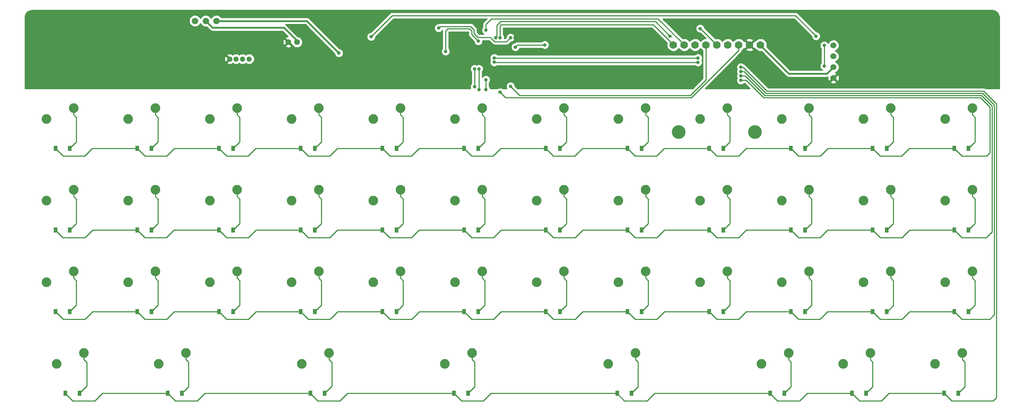
<source format=gbl>
G04 #@! TF.GenerationSoftware,KiCad,Pcbnew,(5.1.5)-3*
G04 #@! TF.CreationDate,2020-06-08T21:07:07-04:00*
G04 #@! TF.ProjectId,Xen40,58656e34-302e-46b6-9963-61645f706362,rev?*
G04 #@! TF.SameCoordinates,Original*
G04 #@! TF.FileFunction,Copper,L2,Bot*
G04 #@! TF.FilePolarity,Positive*
%FSLAX46Y46*%
G04 Gerber Fmt 4.6, Leading zero omitted, Abs format (unit mm)*
G04 Created by KiCad (PCBNEW (5.1.5)-3) date 2020-06-08 21:07:07*
%MOMM*%
%LPD*%
G04 APERTURE LIST*
%ADD10C,1.250000*%
%ADD11C,1.350000*%
%ADD12C,1.500000*%
%ADD13C,2.250000*%
%ADD14C,1.397000*%
%ADD15C,1.778000*%
%ADD16C,3.200000*%
%ADD17R,0.900000X1.200000*%
%ADD18C,0.800000*%
%ADD19C,0.381000*%
%ADD20C,0.254000*%
G04 APERTURE END LIST*
D10*
X84709000Y-56515000D03*
X83209000Y-56515000D03*
X81709000Y-56515000D03*
X80209000Y-56515000D03*
D11*
X95885000Y-52578000D03*
X93885000Y-52578000D03*
D12*
X72112500Y-47625000D03*
X74612500Y-47625000D03*
X77112500Y-47625000D03*
D13*
X70008750Y-125095000D03*
X63658750Y-127635000D03*
X174783750Y-125095000D03*
X168433750Y-127635000D03*
X103346250Y-125095000D03*
X96996250Y-127635000D03*
D14*
X220980000Y-60960000D03*
X220980000Y-58420000D03*
X220980000Y-55880000D03*
X220980000Y-53340000D03*
D13*
X250983750Y-125095000D03*
X244633750Y-127635000D03*
X229552500Y-125095000D03*
X223202500Y-127635000D03*
X210502500Y-125095000D03*
X204152500Y-127635000D03*
X136683750Y-125095000D03*
X130333750Y-127635000D03*
X46196250Y-125095000D03*
X39846250Y-127635000D03*
X253365000Y-106045000D03*
X247015000Y-108585000D03*
X234315000Y-106045000D03*
X227965000Y-108585000D03*
X215265000Y-106045000D03*
X208915000Y-108585000D03*
X196215000Y-106045000D03*
X189865000Y-108585000D03*
X177165000Y-106045000D03*
X170815000Y-108585000D03*
X158115000Y-106045000D03*
X151765000Y-108585000D03*
X139065000Y-106045000D03*
X132715000Y-108585000D03*
X120015000Y-106045000D03*
X113665000Y-108585000D03*
X100965000Y-106045000D03*
X94615000Y-108585000D03*
X81915000Y-106045000D03*
X75565000Y-108585000D03*
X62865000Y-106045000D03*
X56515000Y-108585000D03*
X43815000Y-106045000D03*
X37465000Y-108585000D03*
X253365000Y-86995000D03*
X247015000Y-89535000D03*
X234315000Y-86995000D03*
X227965000Y-89535000D03*
X215265000Y-86995000D03*
X208915000Y-89535000D03*
X196215000Y-86995000D03*
X189865000Y-89535000D03*
X177165000Y-86995000D03*
X170815000Y-89535000D03*
X158115000Y-86995000D03*
X151765000Y-89535000D03*
X139065000Y-86995000D03*
X132715000Y-89535000D03*
X120015000Y-86995000D03*
X113665000Y-89535000D03*
X100965000Y-86995000D03*
X94615000Y-89535000D03*
X81915000Y-86995000D03*
X75565000Y-89535000D03*
X62865000Y-86995000D03*
X56515000Y-89535000D03*
X43815000Y-86995000D03*
X37465000Y-89535000D03*
X253365000Y-67945000D03*
X247015000Y-70485000D03*
X234315000Y-67945000D03*
X227965000Y-70485000D03*
X215265000Y-67945000D03*
X208915000Y-70485000D03*
X196215000Y-67945000D03*
X189865000Y-70485000D03*
X177165000Y-67945000D03*
X170815000Y-70485000D03*
X158115000Y-67945000D03*
X151765000Y-70485000D03*
X139065000Y-67945000D03*
X132715000Y-70485000D03*
X120015000Y-67945000D03*
X113665000Y-70485000D03*
X100965000Y-67945000D03*
X94615000Y-70485000D03*
X81915000Y-67945000D03*
X75565000Y-70485000D03*
X62865000Y-67945000D03*
X56515000Y-70485000D03*
X43815000Y-67945000D03*
X37465000Y-70485000D03*
D15*
X183642000Y-53213000D03*
X186182000Y-53213000D03*
X188722000Y-53213000D03*
X191262000Y-53213000D03*
X193802000Y-53213000D03*
X196342000Y-53213000D03*
X198882000Y-53213000D03*
X201422000Y-53213000D03*
X203962000Y-53213000D03*
D16*
X184912000Y-73533000D03*
X202692000Y-73533000D03*
D17*
X250062000Y-134493000D03*
X246762000Y-134493000D03*
X228599000Y-134493000D03*
X225299000Y-134493000D03*
X209549000Y-134493000D03*
X206249000Y-134493000D03*
X173862000Y-134493000D03*
X170562000Y-134493000D03*
X135762000Y-134493000D03*
X132462000Y-134493000D03*
X102361000Y-134493000D03*
X99061000Y-134493000D03*
X69087000Y-134493000D03*
X65787000Y-134493000D03*
X45211000Y-134493000D03*
X41911000Y-134493000D03*
X252475000Y-115443000D03*
X249175000Y-115443000D03*
X233425000Y-115443000D03*
X230125000Y-115443000D03*
X214375000Y-115443000D03*
X211075000Y-115443000D03*
X195325000Y-115443000D03*
X192025000Y-115443000D03*
X176275000Y-115443000D03*
X172975000Y-115443000D03*
X157225000Y-115443000D03*
X153925000Y-115443000D03*
X138175000Y-115443000D03*
X134875000Y-115443000D03*
X119125000Y-115443000D03*
X115825000Y-115443000D03*
X100075000Y-115443000D03*
X96775000Y-115443000D03*
X81025000Y-115443000D03*
X77725000Y-115443000D03*
X61975000Y-115443000D03*
X58675000Y-115443000D03*
X42925000Y-115443000D03*
X39625000Y-115443000D03*
X252475000Y-96393000D03*
X249175000Y-96393000D03*
X233425000Y-96393000D03*
X230125000Y-96393000D03*
X214375000Y-96393000D03*
X211075000Y-96393000D03*
X195325000Y-96393000D03*
X192025000Y-96393000D03*
X176275000Y-96393000D03*
X172975000Y-96393000D03*
X157225000Y-96393000D03*
X153925000Y-96393000D03*
X138175000Y-96393000D03*
X134875000Y-96393000D03*
X119125000Y-96393000D03*
X115825000Y-96393000D03*
X100075000Y-96393000D03*
X96775000Y-96393000D03*
X81025000Y-96393000D03*
X77725000Y-96393000D03*
X61975000Y-96393000D03*
X58675000Y-96393000D03*
X42925000Y-96393000D03*
X39625000Y-96393000D03*
X252475000Y-77343000D03*
X249175000Y-77343000D03*
X233425000Y-77343000D03*
X230125000Y-77343000D03*
X214375000Y-77343000D03*
X211075000Y-77343000D03*
X195325000Y-77343000D03*
X192025000Y-77343000D03*
X176275000Y-77343000D03*
X172975000Y-77343000D03*
X157225000Y-77343000D03*
X153925000Y-77343000D03*
X138175000Y-77343000D03*
X134875000Y-77343000D03*
X119125000Y-77343000D03*
X115825000Y-77343000D03*
X100075000Y-77343000D03*
X96775000Y-77343000D03*
X81025000Y-77343000D03*
X77725000Y-77343000D03*
X61975000Y-77343000D03*
X58675000Y-77343000D03*
X42925000Y-77343000D03*
X39625000Y-77343000D03*
D18*
X210947000Y-50800000D03*
X146685000Y-51533500D03*
X141859000Y-53913250D03*
X149352000Y-54864000D03*
X131953000Y-59436000D03*
X124460000Y-59436000D03*
X124460000Y-52451000D03*
X117094000Y-52451000D03*
X145669000Y-51533500D03*
X128905000Y-49276000D03*
X216916000Y-51181000D03*
X113157000Y-51308000D03*
X199390000Y-61468000D03*
X199390000Y-60452000D03*
X199390000Y-59451997D03*
X199390000Y-58420000D03*
X153670000Y-53213000D03*
X146812000Y-53721000D03*
X143256000Y-64262000D03*
X189865000Y-49403000D03*
X145669000Y-62865000D03*
X142255997Y-51562000D03*
X182880000Y-51181000D03*
X139954000Y-49784000D03*
X143256000Y-51562000D03*
X141859000Y-56261000D03*
X189357000Y-56261000D03*
X141859000Y-57261003D03*
X189357000Y-57277000D03*
X218821000Y-53340000D03*
X218821000Y-58166000D03*
X137287000Y-62992000D03*
X137287000Y-58801000D03*
X138303000Y-63627000D03*
X138303000Y-58801000D03*
X139954000Y-63627000D03*
X139954000Y-61341000D03*
X138176000Y-52324000D03*
X130556000Y-54737000D03*
X105664000Y-55118000D03*
D19*
X204234999Y-50400001D02*
X202310999Y-52324001D01*
X210947000Y-50800000D02*
X210547001Y-50400001D01*
X210547001Y-50400001D02*
X204234999Y-50400001D01*
X202310999Y-52324001D02*
X201422000Y-53213000D01*
X142424685Y-53913250D02*
X141859000Y-53913250D01*
X144870935Y-53913250D02*
X142424685Y-53913250D01*
X146685000Y-52099185D02*
X144870935Y-53913250D01*
X146685000Y-51533500D02*
X146685000Y-52099185D01*
X145821685Y-54864000D02*
X144870935Y-53913250D01*
X149352000Y-54864000D02*
X145821685Y-54864000D01*
X131953000Y-59436000D02*
X124460000Y-59436000D01*
X124460000Y-52451000D02*
X124460000Y-59436000D01*
X124460000Y-52451000D02*
X117094000Y-52451000D01*
X137475750Y-53913250D02*
X131953000Y-59436000D01*
X141859000Y-53913250D02*
X137475750Y-53913250D01*
D20*
X145669000Y-51533500D02*
X145132500Y-52070000D01*
X145132500Y-52070000D02*
X144751500Y-52451000D01*
X144751500Y-52451000D02*
X141986000Y-52451000D01*
X141986000Y-52451000D02*
X141224000Y-51689000D01*
X141224000Y-51689000D02*
X141097000Y-51562000D01*
X141097000Y-51562000D02*
X140970000Y-51435000D01*
X140970000Y-51435000D02*
X138176000Y-51435000D01*
X138176000Y-51435000D02*
X138049000Y-51435000D01*
X138049000Y-51435000D02*
X137160000Y-50546000D01*
X137160000Y-50546000D02*
X137160000Y-49657000D01*
X137160000Y-49657000D02*
X136398000Y-48895000D01*
X136398000Y-48895000D02*
X131191000Y-48895000D01*
X131191000Y-48895000D02*
X129286000Y-48895000D01*
X129286000Y-48895000D02*
X128905000Y-49276000D01*
D19*
X220980000Y-58420000D02*
X220472000Y-58928000D01*
X220472000Y-58928000D02*
X219456000Y-59944000D01*
X219456000Y-59944000D02*
X210566000Y-59944000D01*
X210566000Y-59944000D02*
X203962000Y-53340000D01*
X74612500Y-47625000D02*
X76200000Y-49212500D01*
X76200000Y-49212500D02*
X92868750Y-49212500D01*
X92868750Y-49212500D02*
X96043750Y-52387500D01*
D20*
X212090000Y-46355000D02*
X216516001Y-50781001D01*
X113157000Y-51308000D02*
X118110000Y-46355000D01*
X216516001Y-50781001D02*
X216916000Y-51181000D01*
X118110000Y-46355000D02*
X212090000Y-46355000D01*
X43815000Y-69535990D02*
X44450000Y-70170990D01*
X43815000Y-67945000D02*
X43815000Y-69535990D01*
X44450000Y-70170990D02*
X44450000Y-75819000D01*
X44450000Y-75819000D02*
X42926000Y-77343000D01*
X256667000Y-79121000D02*
X251587000Y-79121000D01*
X249175000Y-77343000D02*
X238633000Y-77343000D01*
X238633000Y-77343000D02*
X236855000Y-79121000D01*
X236855000Y-79121000D02*
X231902000Y-79121000D01*
X231902000Y-79121000D02*
X230124000Y-77343000D01*
X230125000Y-77343000D02*
X219710000Y-77343000D01*
X219710000Y-77343000D02*
X217932000Y-79121000D01*
X217932000Y-79121000D02*
X212852000Y-79121000D01*
X212852000Y-79121000D02*
X211074000Y-77343000D01*
X211075000Y-77343000D02*
X210371000Y-77343000D01*
X210371000Y-77343000D02*
X200660000Y-77343000D01*
X200660000Y-77343000D02*
X198882000Y-79121000D01*
X198882000Y-79121000D02*
X193802000Y-79121000D01*
X193802000Y-79121000D02*
X192024000Y-77343000D01*
X192025000Y-77343000D02*
X181483000Y-77343000D01*
X181483000Y-77343000D02*
X179705000Y-79121000D01*
X179705000Y-79121000D02*
X174752000Y-79121000D01*
X174752000Y-79121000D02*
X172974000Y-77343000D01*
X172975000Y-77343000D02*
X162433000Y-77343000D01*
X162433000Y-77343000D02*
X160655000Y-79121000D01*
X160655000Y-79121000D02*
X155702000Y-79121000D01*
X155702000Y-79121000D02*
X153924000Y-77343000D01*
X153925000Y-77343000D02*
X153221000Y-77343000D01*
X153221000Y-77343000D02*
X143383000Y-77343000D01*
X143383000Y-77343000D02*
X141605000Y-79121000D01*
X141605000Y-79121000D02*
X136652000Y-79121000D01*
X136652000Y-79121000D02*
X134874000Y-77343000D01*
X134875000Y-77343000D02*
X124333000Y-77343000D01*
X124333000Y-77343000D02*
X122555000Y-79121000D01*
X122555000Y-79121000D02*
X117602000Y-79121000D01*
X117602000Y-79121000D02*
X115824000Y-77343000D01*
X115825000Y-77343000D02*
X105283000Y-77343000D01*
X105283000Y-77343000D02*
X103505000Y-79121000D01*
X103505000Y-79121000D02*
X98552000Y-79121000D01*
X98552000Y-79121000D02*
X96774000Y-77343000D01*
X96775000Y-77343000D02*
X96071000Y-77343000D01*
X96071000Y-77343000D02*
X86233000Y-77343000D01*
X86233000Y-77343000D02*
X84455000Y-79121000D01*
X84455000Y-79121000D02*
X79502000Y-79121000D01*
X79502000Y-79121000D02*
X77724000Y-77343000D01*
X77725000Y-77343000D02*
X67310000Y-77343000D01*
X67310000Y-77343000D02*
X65532000Y-79121000D01*
X65532000Y-79121000D02*
X60452000Y-79121000D01*
X60452000Y-79121000D02*
X58674000Y-77343000D01*
X58675000Y-77343000D02*
X48133000Y-77343000D01*
X48133000Y-77343000D02*
X46355000Y-79121000D01*
X46355000Y-79121000D02*
X41402000Y-79121000D01*
X41402000Y-79121000D02*
X39624000Y-77343000D01*
X251587000Y-79121000D02*
X250952000Y-79121000D01*
X250952000Y-79121000D02*
X249174000Y-77343000D01*
X256667000Y-79121000D02*
X257429000Y-78359000D01*
X257429000Y-78359000D02*
X257429000Y-72898000D01*
X257429000Y-72898000D02*
X257429000Y-69977000D01*
X257429000Y-69977000D02*
X257429000Y-67691000D01*
X257429000Y-67691000D02*
X255270000Y-65532000D01*
X255270000Y-65532000D02*
X204724000Y-65532000D01*
X204724000Y-65532000D02*
X201168000Y-61976000D01*
X201168000Y-61976000D02*
X200787000Y-61595000D01*
X200787000Y-61595000D02*
X200660000Y-61468000D01*
X200660000Y-61468000D02*
X199390000Y-61468000D01*
X62865000Y-69535990D02*
X63500000Y-70170990D01*
X62865000Y-67945000D02*
X62865000Y-69535990D01*
X63500000Y-70170990D02*
X63500000Y-75819000D01*
X63500000Y-75819000D02*
X61976000Y-77343000D01*
X81915000Y-69535990D02*
X82550000Y-70170990D01*
X81915000Y-67945000D02*
X81915000Y-69535990D01*
X82550000Y-70170990D02*
X82550000Y-75819000D01*
X82550000Y-75819000D02*
X81026000Y-77343000D01*
X100965000Y-69535990D02*
X101600000Y-70170990D01*
X100965000Y-67945000D02*
X100965000Y-69535990D01*
X101600000Y-70170990D02*
X101600000Y-75819000D01*
X101600000Y-75819000D02*
X100076000Y-77343000D01*
X120015000Y-69535990D02*
X120650000Y-70170990D01*
X120015000Y-67945000D02*
X120015000Y-69535990D01*
X120650000Y-70170990D02*
X120650000Y-75819000D01*
X120650000Y-75819000D02*
X119126000Y-77343000D01*
X139065000Y-69535990D02*
X139700000Y-70170990D01*
X139065000Y-67945000D02*
X139065000Y-69535990D01*
X139700000Y-70170990D02*
X139700000Y-75819000D01*
X139700000Y-75819000D02*
X138176000Y-77343000D01*
X158115000Y-69535990D02*
X158750000Y-70170990D01*
X158115000Y-67945000D02*
X158115000Y-69535990D01*
X158750000Y-70170990D02*
X158750000Y-75819000D01*
X158750000Y-75819000D02*
X157226000Y-77343000D01*
X177165000Y-69535990D02*
X177800000Y-70170990D01*
X177165000Y-67945000D02*
X177165000Y-69535990D01*
X177800000Y-70170990D02*
X177800000Y-75819000D01*
X177800000Y-75819000D02*
X176276000Y-77343000D01*
X196215000Y-69535990D02*
X196850000Y-70170990D01*
X196215000Y-67945000D02*
X196215000Y-69535990D01*
X196850000Y-70170990D02*
X196850000Y-75819000D01*
X196850000Y-75819000D02*
X195326000Y-77343000D01*
X215265000Y-69535990D02*
X215900000Y-70170990D01*
X215265000Y-67945000D02*
X215265000Y-69535990D01*
X215900000Y-70170990D02*
X215900000Y-75819000D01*
X215900000Y-75819000D02*
X214376000Y-77343000D01*
X234315000Y-69535990D02*
X234950000Y-70170990D01*
X234315000Y-67945000D02*
X234315000Y-69535990D01*
X234950000Y-70170990D02*
X234950000Y-75819000D01*
X234950000Y-75819000D02*
X233426000Y-77343000D01*
X253365000Y-69535990D02*
X254000000Y-70170990D01*
X253365000Y-67945000D02*
X253365000Y-69535990D01*
X254000000Y-70170990D02*
X254000000Y-75819000D01*
X254000000Y-75819000D02*
X252476000Y-77343000D01*
X43815000Y-88585990D02*
X44450000Y-89220990D01*
X43815000Y-86995000D02*
X43815000Y-88585990D01*
X44450000Y-89220990D02*
X44450000Y-94869000D01*
X44450000Y-94869000D02*
X42926000Y-96393000D01*
X257810000Y-97028000D02*
X256794000Y-98044000D01*
X249175000Y-96393000D02*
X238760000Y-96393000D01*
X238760000Y-96393000D02*
X236982000Y-98171000D01*
X236982000Y-98171000D02*
X231902000Y-98171000D01*
X231902000Y-98171000D02*
X230124000Y-96393000D01*
X230125000Y-96393000D02*
X219583000Y-96393000D01*
X219583000Y-96393000D02*
X217805000Y-98171000D01*
X217805000Y-98171000D02*
X212852000Y-98171000D01*
X212852000Y-98171000D02*
X211074000Y-96393000D01*
X211075000Y-96393000D02*
X210371000Y-96393000D01*
X210371000Y-96393000D02*
X200660000Y-96393000D01*
X200660000Y-96393000D02*
X198882000Y-98171000D01*
X198882000Y-98171000D02*
X193802000Y-98171000D01*
X193802000Y-98171000D02*
X192024000Y-96393000D01*
X192025000Y-96393000D02*
X181864000Y-96393000D01*
X181864000Y-96393000D02*
X181610000Y-96393000D01*
X181610000Y-96393000D02*
X179832000Y-98171000D01*
X179832000Y-98171000D02*
X174752000Y-98171000D01*
X174752000Y-98171000D02*
X172974000Y-96393000D01*
X172975000Y-96393000D02*
X172271000Y-96393000D01*
X172271000Y-96393000D02*
X162560000Y-96393000D01*
X162560000Y-96393000D02*
X160782000Y-98171000D01*
X160782000Y-98171000D02*
X155702000Y-98171000D01*
X155702000Y-98171000D02*
X153924000Y-96393000D01*
X153925000Y-96393000D02*
X143510000Y-96393000D01*
X143510000Y-96393000D02*
X141732000Y-98171000D01*
X141732000Y-98171000D02*
X136652000Y-98171000D01*
X136652000Y-98171000D02*
X134874000Y-96393000D01*
X134875000Y-96393000D02*
X134171000Y-96393000D01*
X134171000Y-96393000D02*
X124333000Y-96393000D01*
X124333000Y-96393000D02*
X122555000Y-98171000D01*
X122555000Y-98171000D02*
X117475000Y-98171000D01*
X117475000Y-98171000D02*
X115824000Y-96520000D01*
X115825000Y-96393000D02*
X105283000Y-96393000D01*
X105283000Y-96393000D02*
X103505000Y-98171000D01*
X103505000Y-98171000D02*
X98552000Y-98171000D01*
X98552000Y-98171000D02*
X96774000Y-96393000D01*
X96775000Y-96393000D02*
X86360000Y-96393000D01*
X86360000Y-96393000D02*
X84582000Y-98171000D01*
X84582000Y-98171000D02*
X79502000Y-98171000D01*
X79502000Y-98171000D02*
X77724000Y-96393000D01*
X77725000Y-96393000D02*
X67183000Y-96393000D01*
X67183000Y-96393000D02*
X65405000Y-98171000D01*
X65405000Y-98171000D02*
X60452000Y-98171000D01*
X60452000Y-98171000D02*
X58674000Y-96393000D01*
X58675000Y-96393000D02*
X48260000Y-96393000D01*
X48260000Y-96393000D02*
X46482000Y-98171000D01*
X46482000Y-98171000D02*
X41275000Y-98171000D01*
X41275000Y-98171000D02*
X39624000Y-96520000D01*
X256794000Y-98044000D02*
X256667000Y-98171000D01*
X256667000Y-98171000D02*
X250952000Y-98171000D01*
X250952000Y-98171000D02*
X249174000Y-96393000D01*
X257810000Y-97028000D02*
X257883010Y-96954990D01*
X257810000Y-97028000D02*
X257937000Y-96901000D01*
X257937000Y-96901000D02*
X257937000Y-67437000D01*
X257937000Y-67437000D02*
X257810000Y-67310000D01*
X257810000Y-67310000D02*
X257683000Y-67183000D01*
X257683000Y-67183000D02*
X255651000Y-65151000D01*
X255651000Y-65151000D02*
X255524000Y-65024000D01*
X255524000Y-65024000D02*
X252857000Y-65024000D01*
X252857000Y-65024000D02*
X205740000Y-65024000D01*
X205740000Y-65024000D02*
X204978000Y-65024000D01*
X204978000Y-65024000D02*
X203200000Y-63246000D01*
X203200000Y-63246000D02*
X201676000Y-61722000D01*
X201676000Y-61722000D02*
X201295000Y-61341000D01*
X201295000Y-61341000D02*
X200406000Y-60452000D01*
X200406000Y-60452000D02*
X199390000Y-60452000D01*
X62865000Y-88585990D02*
X63500000Y-89220990D01*
X62865000Y-86995000D02*
X62865000Y-88585990D01*
X63500000Y-89220990D02*
X63500000Y-94869000D01*
X63500000Y-94869000D02*
X61976000Y-96393000D01*
X81915000Y-88585990D02*
X82550000Y-89220990D01*
X81915000Y-86995000D02*
X81915000Y-88585990D01*
X82550000Y-89220990D02*
X82550000Y-94869000D01*
X82550000Y-94869000D02*
X81026000Y-96393000D01*
X100965000Y-88585990D02*
X101600000Y-89220990D01*
X100965000Y-86995000D02*
X100965000Y-88585990D01*
X101600000Y-89220990D02*
X101600000Y-94869000D01*
X101600000Y-94869000D02*
X100076000Y-96393000D01*
X120015000Y-88585990D02*
X120650000Y-89220990D01*
X120015000Y-86995000D02*
X120015000Y-88585990D01*
X120650000Y-89220990D02*
X120650000Y-94869000D01*
X120650000Y-94869000D02*
X119126000Y-96393000D01*
X139065000Y-88585990D02*
X139700000Y-89220990D01*
X139065000Y-86995000D02*
X139065000Y-88585990D01*
X139700000Y-89220990D02*
X139700000Y-94869000D01*
X139700000Y-94869000D02*
X138176000Y-96393000D01*
X158115000Y-88585990D02*
X158750000Y-89220990D01*
X158115000Y-86995000D02*
X158115000Y-88585990D01*
X158750000Y-89220990D02*
X158750000Y-94869000D01*
X158750000Y-94869000D02*
X157226000Y-96393000D01*
X177165000Y-88585990D02*
X177800000Y-89220990D01*
X177165000Y-86995000D02*
X177165000Y-88585990D01*
X177800000Y-89220990D02*
X177800000Y-94869000D01*
X177800000Y-94869000D02*
X176276000Y-96393000D01*
X196215000Y-88585990D02*
X196850000Y-89220990D01*
X196215000Y-86995000D02*
X196215000Y-88585990D01*
X196850000Y-89220990D02*
X196850000Y-94869000D01*
X196850000Y-94869000D02*
X195326000Y-96393000D01*
X215265000Y-88585990D02*
X215900000Y-89220990D01*
X215265000Y-86995000D02*
X215265000Y-88585990D01*
X215900000Y-89220990D02*
X215900000Y-94869000D01*
X215900000Y-94869000D02*
X214376000Y-96393000D01*
X234315000Y-88585990D02*
X234950000Y-89220990D01*
X234315000Y-86995000D02*
X234315000Y-88585990D01*
X234950000Y-89220990D02*
X234950000Y-94869000D01*
X234950000Y-94869000D02*
X233426000Y-96393000D01*
X253365000Y-88585990D02*
X254000000Y-89220990D01*
X253365000Y-86995000D02*
X253365000Y-88585990D01*
X254000000Y-89220990D02*
X254000000Y-94869000D01*
X254000000Y-94869000D02*
X252476000Y-96393000D01*
X43815000Y-107635990D02*
X44450000Y-108270990D01*
X43815000Y-106045000D02*
X43815000Y-107635990D01*
X44450000Y-108270990D02*
X44450000Y-113919000D01*
X44450000Y-113919000D02*
X42926000Y-115443000D01*
X249175000Y-115443000D02*
X248471000Y-115443000D01*
X248471000Y-115443000D02*
X238760000Y-115443000D01*
X238760000Y-115443000D02*
X236982000Y-117221000D01*
X236982000Y-117221000D02*
X231902000Y-117221000D01*
X231902000Y-117221000D02*
X230124000Y-115443000D01*
X230125000Y-115443000D02*
X219583000Y-115443000D01*
X219583000Y-115443000D02*
X217805000Y-117221000D01*
X217805000Y-117221000D02*
X212852000Y-117221000D01*
X212852000Y-117221000D02*
X211074000Y-115443000D01*
X211075000Y-115443000D02*
X210371000Y-115443000D01*
X210371000Y-115443000D02*
X200660000Y-115443000D01*
X200660000Y-115443000D02*
X198882000Y-117221000D01*
X198882000Y-117221000D02*
X193802000Y-117221000D01*
X193802000Y-117221000D02*
X192024000Y-115443000D01*
X192025000Y-115443000D02*
X191321000Y-115443000D01*
X191321000Y-115443000D02*
X181610000Y-115443000D01*
X181610000Y-115443000D02*
X179832000Y-117221000D01*
X179832000Y-117221000D02*
X174752000Y-117221000D01*
X174752000Y-117221000D02*
X172974000Y-115443000D01*
X172975000Y-115443000D02*
X162560000Y-115443000D01*
X162560000Y-115443000D02*
X160782000Y-117221000D01*
X160782000Y-117221000D02*
X155702000Y-117221000D01*
X155702000Y-117221000D02*
X153924000Y-115443000D01*
X153925000Y-115443000D02*
X143510000Y-115443000D01*
X143510000Y-115443000D02*
X141732000Y-117221000D01*
X141732000Y-117221000D02*
X136652000Y-117221000D01*
X136652000Y-117221000D02*
X134874000Y-115443000D01*
X134875000Y-115443000D02*
X124460000Y-115443000D01*
X124460000Y-115443000D02*
X122682000Y-117221000D01*
X122682000Y-117221000D02*
X117602000Y-117221000D01*
X117602000Y-117221000D02*
X115824000Y-115443000D01*
X115825000Y-115443000D02*
X105410000Y-115443000D01*
X105410000Y-115443000D02*
X103632000Y-117221000D01*
X103632000Y-117221000D02*
X98552000Y-117221000D01*
X98552000Y-117221000D02*
X96774000Y-115443000D01*
X96775000Y-115443000D02*
X86360000Y-115443000D01*
X86360000Y-115443000D02*
X84582000Y-117221000D01*
X84582000Y-117221000D02*
X79502000Y-117221000D01*
X79502000Y-117221000D02*
X77724000Y-115443000D01*
X77725000Y-115443000D02*
X67310000Y-115443000D01*
X67310000Y-115443000D02*
X65532000Y-117221000D01*
X65532000Y-117221000D02*
X60452000Y-117221000D01*
X60452000Y-117221000D02*
X58674000Y-115443000D01*
X58675000Y-115443000D02*
X57971000Y-115443000D01*
X57971000Y-115443000D02*
X48260000Y-115443000D01*
X48260000Y-115443000D02*
X46482000Y-117221000D01*
X46482000Y-117221000D02*
X41402000Y-117221000D01*
X41402000Y-117221000D02*
X39624000Y-115443000D01*
X257302000Y-117221000D02*
X250952000Y-117221000D01*
X250952000Y-117221000D02*
X249174000Y-115443000D01*
X257302000Y-117221000D02*
X257429000Y-117221000D01*
X257429000Y-117221000D02*
X258318000Y-116332000D01*
X258318000Y-116332000D02*
X258445000Y-116205000D01*
X258445000Y-116205000D02*
X258445000Y-69977000D01*
X258445000Y-69977000D02*
X258445000Y-69215000D01*
X258445000Y-69215000D02*
X258445000Y-67183000D01*
X258445000Y-67183000D02*
X258318000Y-67056000D01*
X258318000Y-67056000D02*
X258191000Y-66929000D01*
X258191000Y-66929000D02*
X256032000Y-64770000D01*
X256032000Y-64770000D02*
X255778000Y-64516000D01*
X255778000Y-64516000D02*
X254127000Y-64516000D01*
X254127000Y-64516000D02*
X252857000Y-64516000D01*
X252857000Y-64516000D02*
X252730000Y-64516000D01*
X252730000Y-64516000D02*
X216408000Y-64516000D01*
X216408000Y-64516000D02*
X215265000Y-64516000D01*
X215265000Y-64516000D02*
X206121000Y-64516000D01*
X206121000Y-64516000D02*
X205232000Y-64516000D01*
X205232000Y-64516000D02*
X202565000Y-61849000D01*
X202565000Y-61849000D02*
X202184000Y-61468000D01*
X202184000Y-61468000D02*
X200167997Y-59451997D01*
X200167997Y-59451997D02*
X199390000Y-59451997D01*
X62865000Y-107635990D02*
X63500000Y-108270990D01*
X62865000Y-106045000D02*
X62865000Y-107635990D01*
X63500000Y-108270990D02*
X63500000Y-113919000D01*
X63500000Y-113919000D02*
X61976000Y-115443000D01*
X81915000Y-107635990D02*
X82550000Y-108270990D01*
X81915000Y-106045000D02*
X81915000Y-107635990D01*
X82550000Y-108270990D02*
X82550000Y-113919000D01*
X82550000Y-113919000D02*
X81026000Y-115443000D01*
X100965000Y-107635990D02*
X101600000Y-108270990D01*
X100965000Y-106045000D02*
X100965000Y-107635990D01*
X101600000Y-108270990D02*
X101600000Y-113919000D01*
X101600000Y-113919000D02*
X100076000Y-115443000D01*
X120015000Y-107635990D02*
X120650000Y-108270990D01*
X120015000Y-106045000D02*
X120015000Y-107635990D01*
X120650000Y-108270990D02*
X120650000Y-113919000D01*
X120650000Y-113919000D02*
X119126000Y-115443000D01*
X139065000Y-107635990D02*
X139700000Y-108270990D01*
X139065000Y-106045000D02*
X139065000Y-107635990D01*
X139700000Y-108270990D02*
X139700000Y-113919000D01*
X139700000Y-113919000D02*
X138176000Y-115443000D01*
X158115000Y-107635990D02*
X158750000Y-108270990D01*
X158115000Y-106045000D02*
X158115000Y-107635990D01*
X158750000Y-108270990D02*
X158750000Y-113919000D01*
X158750000Y-113919000D02*
X157226000Y-115443000D01*
X177165000Y-107635990D02*
X177800000Y-108270990D01*
X177165000Y-106045000D02*
X177165000Y-107635990D01*
X177800000Y-108270990D02*
X177800000Y-113919000D01*
X177800000Y-113919000D02*
X176276000Y-115443000D01*
X196215000Y-107635990D02*
X196850000Y-108270990D01*
X196215000Y-106045000D02*
X196215000Y-107635990D01*
X196850000Y-108270990D02*
X196850000Y-113919000D01*
X196850000Y-113919000D02*
X195326000Y-115443000D01*
X215265000Y-107635990D02*
X215900000Y-108270990D01*
X215265000Y-106045000D02*
X215265000Y-107635990D01*
X215900000Y-108270990D02*
X215900000Y-113919000D01*
X215900000Y-113919000D02*
X214376000Y-115443000D01*
X234315000Y-107635990D02*
X234950000Y-108270990D01*
X234315000Y-106045000D02*
X234315000Y-107635990D01*
X234950000Y-108270990D02*
X234950000Y-114046000D01*
X234950000Y-114046000D02*
X233553000Y-115443000D01*
X253365000Y-107635990D02*
X254000000Y-108270990D01*
X253365000Y-106045000D02*
X253365000Y-107635990D01*
X254000000Y-108270990D02*
X254000000Y-113919000D01*
X254000000Y-113919000D02*
X252476000Y-115443000D01*
X46196250Y-126685990D02*
X46863000Y-127352740D01*
X46196250Y-125095000D02*
X46196250Y-126685990D01*
X46863000Y-127352740D02*
X46863000Y-132842000D01*
X46863000Y-132842000D02*
X45212000Y-134493000D01*
X227076000Y-136271000D02*
X225298000Y-134493000D01*
X207899000Y-136271000D02*
X206248000Y-134620000D01*
X99061000Y-134493000D02*
X74422000Y-134493000D01*
X74422000Y-134493000D02*
X72644000Y-136271000D01*
X72644000Y-136271000D02*
X67564000Y-136271000D01*
X67564000Y-136271000D02*
X65786000Y-134493000D01*
X172212000Y-136271000D02*
X170561000Y-134620000D01*
X177546000Y-136271000D02*
X172212000Y-136271000D01*
X206249000Y-134493000D02*
X179324000Y-134493000D01*
X179324000Y-134493000D02*
X177546000Y-136271000D01*
X139319000Y-136271000D02*
X134239000Y-136271000D01*
X170562000Y-134493000D02*
X141097000Y-134493000D01*
X134239000Y-136271000D02*
X132588000Y-134620000D01*
X141097000Y-134493000D02*
X139319000Y-136271000D01*
X100711000Y-136271000D02*
X99060000Y-134620000D01*
X105918000Y-136271000D02*
X100711000Y-136271000D01*
X132462000Y-134493000D02*
X107696000Y-134493000D01*
X107696000Y-134493000D02*
X105918000Y-136271000D01*
X65787000Y-134493000D02*
X50546000Y-134493000D01*
X50546000Y-134493000D02*
X48768000Y-136271000D01*
X48768000Y-136271000D02*
X43561000Y-136271000D01*
X43561000Y-136271000D02*
X41910000Y-134620000D01*
X246762000Y-134493000D02*
X233934000Y-134493000D01*
X232156000Y-136271000D02*
X227076000Y-136271000D01*
X233934000Y-134493000D02*
X232156000Y-136271000D01*
X225299000Y-134493000D02*
X214884000Y-134493000D01*
X214884000Y-134493000D02*
X213233000Y-136144000D01*
X213233000Y-136144000D02*
X213106000Y-136271000D01*
X213106000Y-136271000D02*
X208026000Y-136271000D01*
X248539000Y-136271000D02*
X258191000Y-136271000D01*
X246761000Y-134493000D02*
X248539000Y-136271000D01*
X258191000Y-136271000D02*
X258953000Y-135509000D01*
X258953000Y-135509000D02*
X258953000Y-66929000D01*
X258953000Y-66929000D02*
X258699000Y-66675000D01*
X258699000Y-66675000D02*
X258572000Y-66548000D01*
X258572000Y-66548000D02*
X256032000Y-64008000D01*
X256032000Y-64008000D02*
X252857000Y-64008000D01*
X252857000Y-64008000D02*
X205994000Y-64008000D01*
X205994000Y-64008000D02*
X205486000Y-64008000D01*
X205486000Y-64008000D02*
X204851000Y-63373000D01*
X204851000Y-63373000D02*
X203073000Y-61595000D01*
X203073000Y-61595000D02*
X202692000Y-61214000D01*
X202692000Y-61214000D02*
X199898000Y-58420000D01*
X199898000Y-58420000D02*
X199390000Y-58420000D01*
X153670000Y-53213000D02*
X147320000Y-53213000D01*
X147320000Y-53213000D02*
X146812000Y-53721000D01*
X70008750Y-126685990D02*
X70612000Y-127289240D01*
X70008750Y-125095000D02*
X70008750Y-126685990D01*
X70612000Y-127289240D02*
X70612000Y-132969000D01*
X70612000Y-132969000D02*
X69088000Y-134493000D01*
X103346250Y-126685990D02*
X104013000Y-127352740D01*
X103346250Y-125095000D02*
X103346250Y-126685990D01*
X104013000Y-127352740D02*
X104013000Y-132842000D01*
X104013000Y-132842000D02*
X102362000Y-134493000D01*
X136683750Y-126685990D02*
X137287000Y-127289240D01*
X136683750Y-125095000D02*
X136683750Y-126685990D01*
X137287000Y-127289240D02*
X137287000Y-132969000D01*
X137287000Y-132969000D02*
X135763000Y-134493000D01*
X174783750Y-126685990D02*
X175387000Y-127289240D01*
X174783750Y-125095000D02*
X174783750Y-126685990D01*
X175387000Y-127289240D02*
X175387000Y-132969000D01*
X175387000Y-132969000D02*
X173863000Y-134493000D01*
X210502500Y-126685990D02*
X211074000Y-127257490D01*
X210502500Y-125095000D02*
X210502500Y-126685990D01*
X211074000Y-127257490D02*
X211074000Y-132969000D01*
X211074000Y-132969000D02*
X209550000Y-134493000D01*
X229552500Y-126685990D02*
X230124000Y-127257490D01*
X229552500Y-125095000D02*
X229552500Y-126685990D01*
X230124000Y-127257490D02*
X230124000Y-132969000D01*
X230124000Y-132969000D02*
X228600000Y-134493000D01*
X250983750Y-126685990D02*
X251587000Y-127289240D01*
X250983750Y-125095000D02*
X250983750Y-126685990D01*
X251587000Y-127289240D02*
X251587000Y-132969000D01*
X251587000Y-132969000D02*
X250063000Y-134493000D01*
X143256000Y-64262000D02*
X144526000Y-65532000D01*
X144526000Y-65532000D02*
X151003000Y-65532000D01*
X163449000Y-65532000D02*
X187833000Y-65532000D01*
X163449000Y-65532000D02*
X163576000Y-65532000D01*
X151003000Y-65532000D02*
X163449000Y-65532000D01*
X187833000Y-65532000D02*
X198882000Y-54483000D01*
X198882000Y-54483000D02*
X198882000Y-53213000D01*
X193802000Y-53213000D02*
X189992000Y-49403000D01*
X189992000Y-49403000D02*
X189865000Y-49403000D01*
X145669000Y-62865000D02*
X147828000Y-65024000D01*
X147828000Y-65024000D02*
X163576000Y-65024000D01*
X163576000Y-65024000D02*
X187579000Y-65024000D01*
X187579000Y-65024000D02*
X191262000Y-61341000D01*
X191262000Y-61341000D02*
X191262000Y-53213000D01*
X142255997Y-51562000D02*
X142255997Y-51546003D01*
X142255997Y-51546003D02*
X142494000Y-51308000D01*
X142494000Y-51308000D02*
X142494000Y-49276000D01*
X142494000Y-49276000D02*
X142494000Y-48641000D01*
X142494000Y-48641000D02*
X143383000Y-47752000D01*
X143383000Y-47752000D02*
X150876000Y-47752000D01*
X150876000Y-47752000D02*
X179451000Y-47752000D01*
X179451000Y-47752000D02*
X182880000Y-51181000D01*
X139954000Y-49784000D02*
X139954000Y-48387000D01*
X139954000Y-48387000D02*
X141224000Y-47117000D01*
X180086000Y-47117000D02*
X185293001Y-52324001D01*
X150749000Y-47117000D02*
X180086000Y-47117000D01*
X150749000Y-47117000D02*
X150876000Y-47117000D01*
X141224000Y-47117000D02*
X150749000Y-47117000D01*
X185293001Y-52324001D02*
X186182000Y-53213000D01*
X143256000Y-51562000D02*
X143256000Y-48768000D01*
X143256000Y-48768000D02*
X143510000Y-48514000D01*
X150749000Y-48514000D02*
X150876000Y-48514000D01*
X150749000Y-48514000D02*
X178943000Y-48514000D01*
X143510000Y-48514000D02*
X150749000Y-48514000D01*
X178943000Y-48514000D02*
X183515000Y-53086000D01*
X169037000Y-56261000D02*
X189357000Y-56261000D01*
X169037000Y-56261000D02*
X169164000Y-56261000D01*
X141859000Y-56261000D02*
X169037000Y-56261000D01*
X141859000Y-57261003D02*
X142097003Y-57261003D01*
X142097003Y-57261003D02*
X142113000Y-57277000D01*
X142113000Y-57277000D02*
X189357000Y-57277000D01*
X218821000Y-53340000D02*
X218821000Y-57658000D01*
X218821000Y-58166000D02*
X218821000Y-57658000D01*
X137287000Y-62992000D02*
X137287000Y-62426315D01*
X137287000Y-62426315D02*
X137287000Y-58741038D01*
X137287000Y-58741038D02*
X137287000Y-58801000D01*
X138303000Y-63627000D02*
X138303000Y-63061315D01*
X138303000Y-63061315D02*
X138303000Y-58801000D01*
X139954000Y-63627000D02*
X139954000Y-63061315D01*
X139954000Y-63061315D02*
X139954000Y-61341000D01*
X138176000Y-52324000D02*
X136652000Y-50800000D01*
X136652000Y-49911000D02*
X136144000Y-49403000D01*
X136652000Y-50800000D02*
X136652000Y-49911000D01*
X136144000Y-49403000D02*
X132207000Y-49403000D01*
X131064000Y-49403000D02*
X132207000Y-49403000D01*
X130556000Y-49911000D02*
X131064000Y-49403000D01*
X130556000Y-54737000D02*
X130556000Y-49911000D01*
D19*
X98171000Y-47625000D02*
X105664000Y-55118000D01*
X77112500Y-47625000D02*
X98171000Y-47625000D01*
D20*
G36*
X258292469Y-45196352D02*
G01*
X258603858Y-45290366D01*
X258891056Y-45443072D01*
X259143119Y-45648650D01*
X259350457Y-45899278D01*
X259505164Y-46185401D01*
X259601349Y-46496126D01*
X259638800Y-46852450D01*
X259638800Y-63373000D01*
X256459396Y-63373000D01*
X256457392Y-63371355D01*
X256325015Y-63300598D01*
X256181378Y-63257026D01*
X256069426Y-63246000D01*
X256069423Y-63246000D01*
X256032000Y-63242314D01*
X255994577Y-63246000D01*
X205801630Y-63246000D01*
X204435827Y-61880197D01*
X220239408Y-61880197D01*
X220298686Y-62113812D01*
X220536875Y-62224559D01*
X220792093Y-62286711D01*
X221054533Y-62297876D01*
X221314107Y-62257629D01*
X221560842Y-62167514D01*
X221661314Y-62113812D01*
X221720592Y-61880197D01*
X220980000Y-61139605D01*
X220239408Y-61880197D01*
X204435827Y-61880197D01*
X200463284Y-57907654D01*
X200439422Y-57878578D01*
X200323392Y-57783355D01*
X200191015Y-57712598D01*
X200126842Y-57693131D01*
X200049774Y-57616063D01*
X199880256Y-57502795D01*
X199691898Y-57424774D01*
X199491939Y-57385000D01*
X199288061Y-57385000D01*
X199088102Y-57424774D01*
X198899744Y-57502795D01*
X198730226Y-57616063D01*
X198586063Y-57760226D01*
X198472795Y-57929744D01*
X198394774Y-58118102D01*
X198355000Y-58318061D01*
X198355000Y-58521939D01*
X198394774Y-58721898D01*
X198472795Y-58910256D01*
X198489996Y-58935998D01*
X198472795Y-58961741D01*
X198394774Y-59150099D01*
X198355000Y-59350058D01*
X198355000Y-59553936D01*
X198394774Y-59753895D01*
X198472795Y-59942253D01*
X198479307Y-59951999D01*
X198472795Y-59961744D01*
X198394774Y-60150102D01*
X198355000Y-60350061D01*
X198355000Y-60553939D01*
X198394774Y-60753898D01*
X198472795Y-60942256D01*
X198484651Y-60960000D01*
X198472795Y-60977744D01*
X198394774Y-61166102D01*
X198355000Y-61366061D01*
X198355000Y-61569939D01*
X198394774Y-61769898D01*
X198472795Y-61958256D01*
X198586063Y-62127774D01*
X198730226Y-62271937D01*
X198899744Y-62385205D01*
X199088102Y-62463226D01*
X199288061Y-62503000D01*
X199491939Y-62503000D01*
X199691898Y-62463226D01*
X199880256Y-62385205D01*
X200049774Y-62271937D01*
X200091711Y-62230000D01*
X200344370Y-62230000D01*
X201487370Y-63373000D01*
X191069630Y-63373000D01*
X199394347Y-55048283D01*
X199423422Y-55024422D01*
X199483857Y-54950781D01*
X199518645Y-54908393D01*
X199589401Y-54776016D01*
X199589402Y-54776015D01*
X199632974Y-54632378D01*
X199642279Y-54537897D01*
X199853493Y-54396768D01*
X199981030Y-54269231D01*
X200545374Y-54269231D01*
X200627727Y-54522289D01*
X200898418Y-54652086D01*
X201189230Y-54726580D01*
X201488988Y-54742908D01*
X201786171Y-54700443D01*
X202069359Y-54600816D01*
X202216273Y-54522289D01*
X202298626Y-54269231D01*
X201422000Y-53392605D01*
X200545374Y-54269231D01*
X199981030Y-54269231D01*
X200065768Y-54184493D01*
X200171417Y-54026378D01*
X200365769Y-54089626D01*
X201242395Y-53213000D01*
X201601605Y-53213000D01*
X202478231Y-54089626D01*
X202672583Y-54026378D01*
X202778232Y-54184493D01*
X202990507Y-54396768D01*
X203240115Y-54563551D01*
X203517466Y-54678434D01*
X203811899Y-54737000D01*
X204112101Y-54737000D01*
X204178384Y-54723816D01*
X209953607Y-60499040D01*
X209979459Y-60530541D01*
X210105158Y-60633699D01*
X210248566Y-60710353D01*
X210404174Y-60757556D01*
X210525447Y-60769500D01*
X210525456Y-60769500D01*
X210565999Y-60773493D01*
X210606542Y-60769500D01*
X219415450Y-60769500D01*
X219456000Y-60773494D01*
X219496550Y-60769500D01*
X219496553Y-60769500D01*
X219617826Y-60757556D01*
X219659940Y-60744781D01*
X219653289Y-60772093D01*
X219642124Y-61034533D01*
X219682371Y-61294107D01*
X219772486Y-61540842D01*
X219826188Y-61641314D01*
X220059803Y-61700592D01*
X220800395Y-60960000D01*
X221159605Y-60960000D01*
X221900197Y-61700592D01*
X222133812Y-61641314D01*
X222244559Y-61403125D01*
X222306711Y-61147907D01*
X222317876Y-60885467D01*
X222277629Y-60625893D01*
X222187514Y-60379158D01*
X222133812Y-60278686D01*
X221900197Y-60219408D01*
X221159605Y-60960000D01*
X220800395Y-60960000D01*
X220786253Y-60945858D01*
X220965858Y-60766253D01*
X220980000Y-60780395D01*
X221720592Y-60039803D01*
X221661314Y-59806188D01*
X221423125Y-59695441D01*
X221399378Y-59689658D01*
X221611649Y-59601732D01*
X221830057Y-59455797D01*
X222015797Y-59270057D01*
X222161732Y-59051649D01*
X222262254Y-58808968D01*
X222313500Y-58551338D01*
X222313500Y-58288662D01*
X222262254Y-58031032D01*
X222161732Y-57788351D01*
X222015797Y-57569943D01*
X221830057Y-57384203D01*
X221611649Y-57238268D01*
X221398552Y-57150000D01*
X221611649Y-57061732D01*
X221830057Y-56915797D01*
X222015797Y-56730057D01*
X222161732Y-56511649D01*
X222262254Y-56268968D01*
X222313500Y-56011338D01*
X222313500Y-55748662D01*
X222262254Y-55491032D01*
X222161732Y-55248351D01*
X222015797Y-55029943D01*
X221830057Y-54844203D01*
X221611649Y-54698268D01*
X221398552Y-54610000D01*
X221611649Y-54521732D01*
X221830057Y-54375797D01*
X222015797Y-54190057D01*
X222161732Y-53971649D01*
X222262254Y-53728968D01*
X222313500Y-53471338D01*
X222313500Y-53208662D01*
X222262254Y-52951032D01*
X222161732Y-52708351D01*
X222015797Y-52489943D01*
X221830057Y-52304203D01*
X221611649Y-52158268D01*
X221368968Y-52057746D01*
X221111338Y-52006500D01*
X220848662Y-52006500D01*
X220591032Y-52057746D01*
X220348351Y-52158268D01*
X220129943Y-52304203D01*
X219944203Y-52489943D01*
X219798268Y-52708351D01*
X219738953Y-52851550D01*
X219738205Y-52849744D01*
X219624937Y-52680226D01*
X219480774Y-52536063D01*
X219311256Y-52422795D01*
X219122898Y-52344774D01*
X218922939Y-52305000D01*
X218719061Y-52305000D01*
X218519102Y-52344774D01*
X218330744Y-52422795D01*
X218161226Y-52536063D01*
X218017063Y-52680226D01*
X217903795Y-52849744D01*
X217825774Y-53038102D01*
X217786000Y-53238061D01*
X217786000Y-53441939D01*
X217825774Y-53641898D01*
X217903795Y-53830256D01*
X218017063Y-53999774D01*
X218059000Y-54041711D01*
X218059001Y-57464288D01*
X218017063Y-57506226D01*
X217903795Y-57675744D01*
X217825774Y-57864102D01*
X217786000Y-58064061D01*
X217786000Y-58267939D01*
X217825774Y-58467898D01*
X217903795Y-58656256D01*
X218017063Y-58825774D01*
X218161226Y-58969937D01*
X218330744Y-59083205D01*
X218415953Y-59118500D01*
X210907933Y-59118500D01*
X205430675Y-53641242D01*
X205486000Y-53363101D01*
X205486000Y-53062899D01*
X205427434Y-52768466D01*
X205312551Y-52491115D01*
X205145768Y-52241507D01*
X204933493Y-52029232D01*
X204683885Y-51862449D01*
X204406534Y-51747566D01*
X204112101Y-51689000D01*
X203811899Y-51689000D01*
X203517466Y-51747566D01*
X203240115Y-51862449D01*
X202990507Y-52029232D01*
X202778232Y-52241507D01*
X202672583Y-52399622D01*
X202478231Y-52336374D01*
X201601605Y-53213000D01*
X201242395Y-53213000D01*
X200365769Y-52336374D01*
X200171417Y-52399622D01*
X200065768Y-52241507D01*
X199981030Y-52156769D01*
X200545374Y-52156769D01*
X201422000Y-53033395D01*
X202298626Y-52156769D01*
X202216273Y-51903711D01*
X201945582Y-51773914D01*
X201654770Y-51699420D01*
X201355012Y-51683092D01*
X201057829Y-51725557D01*
X200774641Y-51825184D01*
X200627727Y-51903711D01*
X200545374Y-52156769D01*
X199981030Y-52156769D01*
X199853493Y-52029232D01*
X199603885Y-51862449D01*
X199326534Y-51747566D01*
X199032101Y-51689000D01*
X198731899Y-51689000D01*
X198437466Y-51747566D01*
X198160115Y-51862449D01*
X197910507Y-52029232D01*
X197698232Y-52241507D01*
X197612000Y-52370562D01*
X197525768Y-52241507D01*
X197313493Y-52029232D01*
X197063885Y-51862449D01*
X196786534Y-51747566D01*
X196492101Y-51689000D01*
X196191899Y-51689000D01*
X195897466Y-51747566D01*
X195620115Y-51862449D01*
X195370507Y-52029232D01*
X195158232Y-52241507D01*
X195072000Y-52370562D01*
X194985768Y-52241507D01*
X194773493Y-52029232D01*
X194523885Y-51862449D01*
X194246534Y-51747566D01*
X193952101Y-51689000D01*
X193651899Y-51689000D01*
X193404784Y-51738154D01*
X190883192Y-49216562D01*
X190860226Y-49101102D01*
X190782205Y-48912744D01*
X190668937Y-48743226D01*
X190524774Y-48599063D01*
X190355256Y-48485795D01*
X190166898Y-48407774D01*
X189966939Y-48368000D01*
X189763061Y-48368000D01*
X189563102Y-48407774D01*
X189374744Y-48485795D01*
X189205226Y-48599063D01*
X189061063Y-48743226D01*
X188947795Y-48912744D01*
X188869774Y-49101102D01*
X188830000Y-49301061D01*
X188830000Y-49504939D01*
X188869774Y-49704898D01*
X188947795Y-49893256D01*
X189061063Y-50062774D01*
X189205226Y-50206937D01*
X189374744Y-50320205D01*
X189563102Y-50398226D01*
X189763061Y-50438000D01*
X189949370Y-50438000D01*
X191200370Y-51689000D01*
X191111899Y-51689000D01*
X190817466Y-51747566D01*
X190540115Y-51862449D01*
X190290507Y-52029232D01*
X190078232Y-52241507D01*
X189992000Y-52370562D01*
X189905768Y-52241507D01*
X189693493Y-52029232D01*
X189443885Y-51862449D01*
X189166534Y-51747566D01*
X188872101Y-51689000D01*
X188571899Y-51689000D01*
X188277466Y-51747566D01*
X188000115Y-51862449D01*
X187750507Y-52029232D01*
X187538232Y-52241507D01*
X187452000Y-52370562D01*
X187365768Y-52241507D01*
X187153493Y-52029232D01*
X186903885Y-51862449D01*
X186626534Y-51747566D01*
X186332101Y-51689000D01*
X186031899Y-51689000D01*
X185784785Y-51738154D01*
X181163630Y-47117000D01*
X211774370Y-47117000D01*
X215881000Y-51223630D01*
X215881000Y-51282939D01*
X215920774Y-51482898D01*
X215998795Y-51671256D01*
X216112063Y-51840774D01*
X216256226Y-51984937D01*
X216425744Y-52098205D01*
X216614102Y-52176226D01*
X216814061Y-52216000D01*
X217017939Y-52216000D01*
X217217898Y-52176226D01*
X217406256Y-52098205D01*
X217575774Y-51984937D01*
X217719937Y-51840774D01*
X217833205Y-51671256D01*
X217911226Y-51482898D01*
X217951000Y-51282939D01*
X217951000Y-51079061D01*
X217911226Y-50879102D01*
X217833205Y-50690744D01*
X217719937Y-50521226D01*
X217575774Y-50377063D01*
X217406256Y-50263795D01*
X217217898Y-50185774D01*
X217017939Y-50146000D01*
X216958630Y-50146000D01*
X212655284Y-45842654D01*
X212631422Y-45813578D01*
X212515392Y-45718355D01*
X212383015Y-45647598D01*
X212239378Y-45604026D01*
X212127426Y-45593000D01*
X212127423Y-45593000D01*
X212090000Y-45589314D01*
X212052577Y-45593000D01*
X118147423Y-45593000D01*
X118110000Y-45589314D01*
X118072577Y-45593000D01*
X118072574Y-45593000D01*
X117960622Y-45604026D01*
X117816985Y-45647598D01*
X117791117Y-45661425D01*
X117684607Y-45718355D01*
X117622241Y-45769538D01*
X117568578Y-45813578D01*
X117544721Y-45842648D01*
X113114370Y-50273000D01*
X113055061Y-50273000D01*
X112855102Y-50312774D01*
X112666744Y-50390795D01*
X112497226Y-50504063D01*
X112353063Y-50648226D01*
X112239795Y-50817744D01*
X112161774Y-51006102D01*
X112122000Y-51206061D01*
X112122000Y-51409939D01*
X112161774Y-51609898D01*
X112239795Y-51798256D01*
X112353063Y-51967774D01*
X112497226Y-52111937D01*
X112666744Y-52225205D01*
X112855102Y-52303226D01*
X113055061Y-52343000D01*
X113258939Y-52343000D01*
X113458898Y-52303226D01*
X113647256Y-52225205D01*
X113816774Y-52111937D01*
X113960937Y-51967774D01*
X114074205Y-51798256D01*
X114152226Y-51609898D01*
X114192000Y-51409939D01*
X114192000Y-51350630D01*
X118425631Y-47117000D01*
X140146369Y-47117000D01*
X139441649Y-47821721D01*
X139412579Y-47845578D01*
X139388722Y-47874648D01*
X139388721Y-47874649D01*
X139317355Y-47961608D01*
X139246599Y-48093985D01*
X139203027Y-48237622D01*
X139188314Y-48387000D01*
X139192001Y-48424433D01*
X139192001Y-49082288D01*
X139150063Y-49124226D01*
X139036795Y-49293744D01*
X138958774Y-49482102D01*
X138919000Y-49682061D01*
X138919000Y-49885939D01*
X138958774Y-50085898D01*
X139036795Y-50274256D01*
X139150063Y-50443774D01*
X139294226Y-50587937D01*
X139421532Y-50673000D01*
X138364631Y-50673000D01*
X137922000Y-50230370D01*
X137922000Y-49694423D01*
X137925686Y-49657000D01*
X137922000Y-49619574D01*
X137910974Y-49507622D01*
X137867402Y-49363985D01*
X137808412Y-49253622D01*
X137796645Y-49231607D01*
X137725279Y-49144648D01*
X137701422Y-49115578D01*
X137672351Y-49091720D01*
X136963284Y-48382653D01*
X136939422Y-48353578D01*
X136823392Y-48258355D01*
X136691015Y-48187598D01*
X136547378Y-48144026D01*
X136435426Y-48133000D01*
X136435423Y-48133000D01*
X136398000Y-48129314D01*
X136360577Y-48133000D01*
X129323422Y-48133000D01*
X129285999Y-48129314D01*
X129248576Y-48133000D01*
X129248574Y-48133000D01*
X129136622Y-48144026D01*
X128992985Y-48187598D01*
X128893077Y-48241000D01*
X128803061Y-48241000D01*
X128603102Y-48280774D01*
X128414744Y-48358795D01*
X128245226Y-48472063D01*
X128101063Y-48616226D01*
X127987795Y-48785744D01*
X127909774Y-48974102D01*
X127870000Y-49174061D01*
X127870000Y-49377939D01*
X127909774Y-49577898D01*
X127987795Y-49766256D01*
X128101063Y-49935774D01*
X128245226Y-50079937D01*
X128414744Y-50193205D01*
X128603102Y-50271226D01*
X128803061Y-50311000D01*
X129006939Y-50311000D01*
X129206898Y-50271226D01*
X129395256Y-50193205D01*
X129564774Y-50079937D01*
X129708937Y-49935774D01*
X129801522Y-49797211D01*
X129790314Y-49911000D01*
X129794001Y-49948433D01*
X129794000Y-54035289D01*
X129752063Y-54077226D01*
X129638795Y-54246744D01*
X129560774Y-54435102D01*
X129521000Y-54635061D01*
X129521000Y-54838939D01*
X129560774Y-55038898D01*
X129638795Y-55227256D01*
X129752063Y-55396774D01*
X129896226Y-55540937D01*
X130065744Y-55654205D01*
X130254102Y-55732226D01*
X130454061Y-55772000D01*
X130657939Y-55772000D01*
X130857898Y-55732226D01*
X131046256Y-55654205D01*
X131215774Y-55540937D01*
X131359937Y-55396774D01*
X131473205Y-55227256D01*
X131551226Y-55038898D01*
X131591000Y-54838939D01*
X131591000Y-54635061D01*
X131551226Y-54435102D01*
X131473205Y-54246744D01*
X131359937Y-54077226D01*
X131318000Y-54035289D01*
X131318000Y-53619061D01*
X145777000Y-53619061D01*
X145777000Y-53822939D01*
X145816774Y-54022898D01*
X145894795Y-54211256D01*
X146008063Y-54380774D01*
X146152226Y-54524937D01*
X146321744Y-54638205D01*
X146510102Y-54716226D01*
X146710061Y-54756000D01*
X146913939Y-54756000D01*
X147113898Y-54716226D01*
X147302256Y-54638205D01*
X147471774Y-54524937D01*
X147615937Y-54380774D01*
X147729205Y-54211256D01*
X147807226Y-54022898D01*
X147816753Y-53975000D01*
X152968289Y-53975000D01*
X153010226Y-54016937D01*
X153179744Y-54130205D01*
X153368102Y-54208226D01*
X153568061Y-54248000D01*
X153771939Y-54248000D01*
X153971898Y-54208226D01*
X154160256Y-54130205D01*
X154329774Y-54016937D01*
X154473937Y-53872774D01*
X154587205Y-53703256D01*
X154665226Y-53514898D01*
X154705000Y-53314939D01*
X154705000Y-53111061D01*
X154665226Y-52911102D01*
X154587205Y-52722744D01*
X154473937Y-52553226D01*
X154329774Y-52409063D01*
X154160256Y-52295795D01*
X153971898Y-52217774D01*
X153771939Y-52178000D01*
X153568061Y-52178000D01*
X153368102Y-52217774D01*
X153179744Y-52295795D01*
X153010226Y-52409063D01*
X152968289Y-52451000D01*
X147357415Y-52451000D01*
X147319999Y-52447315D01*
X147282583Y-52451000D01*
X147282574Y-52451000D01*
X147170622Y-52462026D01*
X147026985Y-52505598D01*
X146894608Y-52576355D01*
X146778578Y-52671578D01*
X146766742Y-52686000D01*
X146710061Y-52686000D01*
X146510102Y-52725774D01*
X146321744Y-52803795D01*
X146152226Y-52917063D01*
X146008063Y-53061226D01*
X145894795Y-53230744D01*
X145816774Y-53419102D01*
X145777000Y-53619061D01*
X131318000Y-53619061D01*
X131318000Y-50226630D01*
X131379630Y-50165000D01*
X135828370Y-50165000D01*
X135890000Y-50226630D01*
X135890000Y-50762577D01*
X135886314Y-50800000D01*
X135890000Y-50837423D01*
X135890000Y-50837425D01*
X135901026Y-50949377D01*
X135944598Y-51093014D01*
X135970773Y-51141984D01*
X136015355Y-51225392D01*
X136043841Y-51260102D01*
X136110578Y-51341422D01*
X136139654Y-51365284D01*
X137141000Y-52366631D01*
X137141000Y-52425939D01*
X137180774Y-52625898D01*
X137258795Y-52814256D01*
X137372063Y-52983774D01*
X137516226Y-53127937D01*
X137685744Y-53241205D01*
X137874102Y-53319226D01*
X138074061Y-53359000D01*
X138277939Y-53359000D01*
X138477898Y-53319226D01*
X138666256Y-53241205D01*
X138835774Y-53127937D01*
X138979937Y-52983774D01*
X139093205Y-52814256D01*
X139171226Y-52625898D01*
X139211000Y-52425939D01*
X139211000Y-52222061D01*
X139206015Y-52197000D01*
X140654370Y-52197000D01*
X140658721Y-52201351D01*
X141420720Y-52963351D01*
X141444578Y-52992422D01*
X141473648Y-53016279D01*
X141560607Y-53087645D01*
X141604416Y-53111061D01*
X141692985Y-53158402D01*
X141836622Y-53201974D01*
X141948574Y-53213000D01*
X141948577Y-53213000D01*
X141986000Y-53216686D01*
X142023423Y-53213000D01*
X144714077Y-53213000D01*
X144751500Y-53216686D01*
X144788923Y-53213000D01*
X144788926Y-53213000D01*
X144900878Y-53201974D01*
X145044515Y-53158402D01*
X145176892Y-53087645D01*
X145292922Y-52992422D01*
X145316784Y-52963346D01*
X145711630Y-52568500D01*
X145770939Y-52568500D01*
X145970898Y-52528726D01*
X146159256Y-52450705D01*
X146328774Y-52337437D01*
X146472937Y-52193274D01*
X146586205Y-52023756D01*
X146664226Y-51835398D01*
X146704000Y-51635439D01*
X146704000Y-51431561D01*
X146664226Y-51231602D01*
X146586205Y-51043244D01*
X146472937Y-50873726D01*
X146328774Y-50729563D01*
X146159256Y-50616295D01*
X145970898Y-50538274D01*
X145770939Y-50498500D01*
X145567061Y-50498500D01*
X145367102Y-50538274D01*
X145178744Y-50616295D01*
X145009226Y-50729563D01*
X144865063Y-50873726D01*
X144751795Y-51043244D01*
X144673774Y-51231602D01*
X144634000Y-51431561D01*
X144634000Y-51490870D01*
X144435870Y-51689000D01*
X144286015Y-51689000D01*
X144291000Y-51663939D01*
X144291000Y-51460061D01*
X144251226Y-51260102D01*
X144173205Y-51071744D01*
X144059937Y-50902226D01*
X144018000Y-50860289D01*
X144018000Y-49276000D01*
X178627370Y-49276000D01*
X182167154Y-52815785D01*
X182118000Y-53062899D01*
X182118000Y-53363101D01*
X182176566Y-53657534D01*
X182291449Y-53934885D01*
X182458232Y-54184493D01*
X182670507Y-54396768D01*
X182920115Y-54563551D01*
X183197466Y-54678434D01*
X183491899Y-54737000D01*
X183792101Y-54737000D01*
X184086534Y-54678434D01*
X184363885Y-54563551D01*
X184613493Y-54396768D01*
X184825768Y-54184493D01*
X184912000Y-54055438D01*
X184998232Y-54184493D01*
X185210507Y-54396768D01*
X185460115Y-54563551D01*
X185737466Y-54678434D01*
X186031899Y-54737000D01*
X186332101Y-54737000D01*
X186626534Y-54678434D01*
X186903885Y-54563551D01*
X187153493Y-54396768D01*
X187365768Y-54184493D01*
X187452000Y-54055438D01*
X187538232Y-54184493D01*
X187750507Y-54396768D01*
X188000115Y-54563551D01*
X188277466Y-54678434D01*
X188571899Y-54737000D01*
X188872101Y-54737000D01*
X189166534Y-54678434D01*
X189443885Y-54563551D01*
X189693493Y-54396768D01*
X189905768Y-54184493D01*
X189992000Y-54055438D01*
X190078232Y-54184493D01*
X190290507Y-54396768D01*
X190500001Y-54536748D01*
X190500000Y-61025370D01*
X188152370Y-63373000D01*
X147254630Y-63373000D01*
X146704000Y-62822370D01*
X146704000Y-62763061D01*
X146664226Y-62563102D01*
X146586205Y-62374744D01*
X146472937Y-62205226D01*
X146328774Y-62061063D01*
X146159256Y-61947795D01*
X145970898Y-61869774D01*
X145770939Y-61830000D01*
X145567061Y-61830000D01*
X145367102Y-61869774D01*
X145178744Y-61947795D01*
X145009226Y-62061063D01*
X144865063Y-62205226D01*
X144751795Y-62374744D01*
X144673774Y-62563102D01*
X144634000Y-62763061D01*
X144634000Y-62966939D01*
X144673774Y-63166898D01*
X144751795Y-63355256D01*
X144763651Y-63373000D01*
X143788468Y-63373000D01*
X143746256Y-63344795D01*
X143557898Y-63266774D01*
X143357939Y-63227000D01*
X143154061Y-63227000D01*
X142954102Y-63266774D01*
X142765744Y-63344795D01*
X142723532Y-63373000D01*
X140958753Y-63373000D01*
X140949226Y-63325102D01*
X140871205Y-63136744D01*
X140757937Y-62967226D01*
X140716000Y-62925289D01*
X140716000Y-62042711D01*
X140757937Y-62000774D01*
X140871205Y-61831256D01*
X140949226Y-61642898D01*
X140989000Y-61442939D01*
X140989000Y-61239061D01*
X140949226Y-61039102D01*
X140871205Y-60850744D01*
X140757937Y-60681226D01*
X140613774Y-60537063D01*
X140444256Y-60423795D01*
X140255898Y-60345774D01*
X140055939Y-60306000D01*
X139852061Y-60306000D01*
X139652102Y-60345774D01*
X139463744Y-60423795D01*
X139294226Y-60537063D01*
X139150063Y-60681226D01*
X139065000Y-60808532D01*
X139065000Y-59502711D01*
X139106937Y-59460774D01*
X139220205Y-59291256D01*
X139298226Y-59102898D01*
X139338000Y-58902939D01*
X139338000Y-58699061D01*
X139298226Y-58499102D01*
X139220205Y-58310744D01*
X139106937Y-58141226D01*
X138962774Y-57997063D01*
X138793256Y-57883795D01*
X138604898Y-57805774D01*
X138404939Y-57766000D01*
X138201061Y-57766000D01*
X138001102Y-57805774D01*
X137812744Y-57883795D01*
X137795000Y-57895651D01*
X137777256Y-57883795D01*
X137588898Y-57805774D01*
X137388939Y-57766000D01*
X137185061Y-57766000D01*
X136985102Y-57805774D01*
X136796744Y-57883795D01*
X136627226Y-57997063D01*
X136483063Y-58141226D01*
X136369795Y-58310744D01*
X136291774Y-58499102D01*
X136252000Y-58699061D01*
X136252000Y-58902939D01*
X136291774Y-59102898D01*
X136369795Y-59291256D01*
X136483063Y-59460774D01*
X136525001Y-59502712D01*
X136525000Y-62290289D01*
X136483063Y-62332226D01*
X136369795Y-62501744D01*
X136291774Y-62690102D01*
X136252000Y-62890061D01*
X136252000Y-63093939D01*
X136291774Y-63293898D01*
X136324539Y-63373000D01*
X32461200Y-63373000D01*
X32461200Y-56592447D01*
X78945274Y-56592447D01*
X78984665Y-56837499D01*
X79071107Y-57070158D01*
X79115223Y-57152694D01*
X79341352Y-57203043D01*
X80029395Y-56515000D01*
X79341352Y-55826957D01*
X79115223Y-55877306D01*
X79011832Y-56102944D01*
X78954447Y-56344418D01*
X78945274Y-56592447D01*
X32461200Y-56592447D01*
X32461200Y-55647352D01*
X79520957Y-55647352D01*
X80209000Y-56335395D01*
X80223143Y-56321253D01*
X80402748Y-56500858D01*
X80388605Y-56515000D01*
X80402748Y-56529143D01*
X80223143Y-56708748D01*
X80209000Y-56694605D01*
X79520957Y-57382648D01*
X79571306Y-57608777D01*
X79796944Y-57712168D01*
X80038418Y-57769553D01*
X80286447Y-57778726D01*
X80531499Y-57739335D01*
X80764158Y-57652893D01*
X80846694Y-57608777D01*
X80878413Y-57466322D01*
X80905797Y-57493706D01*
X81112166Y-57631598D01*
X81341471Y-57726579D01*
X81584901Y-57775000D01*
X81833099Y-57775000D01*
X82076529Y-57726579D01*
X82305834Y-57631598D01*
X82459000Y-57529255D01*
X82612166Y-57631598D01*
X82841471Y-57726579D01*
X83084901Y-57775000D01*
X83333099Y-57775000D01*
X83576529Y-57726579D01*
X83805834Y-57631598D01*
X83959000Y-57529255D01*
X84112166Y-57631598D01*
X84341471Y-57726579D01*
X84584901Y-57775000D01*
X84833099Y-57775000D01*
X85076529Y-57726579D01*
X85305834Y-57631598D01*
X85512203Y-57493706D01*
X85687706Y-57318203D01*
X85825598Y-57111834D01*
X85920579Y-56882529D01*
X85969000Y-56639099D01*
X85969000Y-56390901D01*
X85922885Y-56159061D01*
X140824000Y-56159061D01*
X140824000Y-56362939D01*
X140863774Y-56562898D01*
X140941795Y-56751256D01*
X140948307Y-56761002D01*
X140941795Y-56770747D01*
X140863774Y-56959105D01*
X140824000Y-57159064D01*
X140824000Y-57362942D01*
X140863774Y-57562901D01*
X140941795Y-57751259D01*
X141055063Y-57920777D01*
X141199226Y-58064940D01*
X141368744Y-58178208D01*
X141557102Y-58256229D01*
X141757061Y-58296003D01*
X141960939Y-58296003D01*
X142160898Y-58256229D01*
X142349256Y-58178208D01*
X142518774Y-58064940D01*
X142544714Y-58039000D01*
X188655289Y-58039000D01*
X188697226Y-58080937D01*
X188866744Y-58194205D01*
X189055102Y-58272226D01*
X189255061Y-58312000D01*
X189458939Y-58312000D01*
X189658898Y-58272226D01*
X189847256Y-58194205D01*
X190016774Y-58080937D01*
X190160937Y-57936774D01*
X190274205Y-57767256D01*
X190352226Y-57578898D01*
X190392000Y-57378939D01*
X190392000Y-57175061D01*
X190352226Y-56975102D01*
X190274205Y-56786744D01*
X190262349Y-56769000D01*
X190274205Y-56751256D01*
X190352226Y-56562898D01*
X190392000Y-56362939D01*
X190392000Y-56159061D01*
X190352226Y-55959102D01*
X190274205Y-55770744D01*
X190160937Y-55601226D01*
X190016774Y-55457063D01*
X189847256Y-55343795D01*
X189658898Y-55265774D01*
X189458939Y-55226000D01*
X189255061Y-55226000D01*
X189055102Y-55265774D01*
X188866744Y-55343795D01*
X188697226Y-55457063D01*
X188655289Y-55499000D01*
X142560711Y-55499000D01*
X142518774Y-55457063D01*
X142349256Y-55343795D01*
X142160898Y-55265774D01*
X141960939Y-55226000D01*
X141757061Y-55226000D01*
X141557102Y-55265774D01*
X141368744Y-55343795D01*
X141199226Y-55457063D01*
X141055063Y-55601226D01*
X140941795Y-55770744D01*
X140863774Y-55959102D01*
X140824000Y-56159061D01*
X85922885Y-56159061D01*
X85920579Y-56147471D01*
X85825598Y-55918166D01*
X85687706Y-55711797D01*
X85512203Y-55536294D01*
X85305834Y-55398402D01*
X85076529Y-55303421D01*
X84833099Y-55255000D01*
X84584901Y-55255000D01*
X84341471Y-55303421D01*
X84112166Y-55398402D01*
X83959000Y-55500745D01*
X83805834Y-55398402D01*
X83576529Y-55303421D01*
X83333099Y-55255000D01*
X83084901Y-55255000D01*
X82841471Y-55303421D01*
X82612166Y-55398402D01*
X82459000Y-55500745D01*
X82305834Y-55398402D01*
X82076529Y-55303421D01*
X81833099Y-55255000D01*
X81584901Y-55255000D01*
X81341471Y-55303421D01*
X81112166Y-55398402D01*
X80905797Y-55536294D01*
X80878413Y-55563678D01*
X80846694Y-55421223D01*
X80621056Y-55317832D01*
X80379582Y-55260447D01*
X80131553Y-55251274D01*
X79886501Y-55290665D01*
X79653842Y-55377107D01*
X79571306Y-55421223D01*
X79520957Y-55647352D01*
X32461200Y-55647352D01*
X32461200Y-53481400D01*
X93161205Y-53481400D01*
X93217630Y-53712621D01*
X93451808Y-53821017D01*
X93702633Y-53881645D01*
X93960465Y-53892174D01*
X94215398Y-53852200D01*
X94457633Y-53763259D01*
X94552370Y-53712621D01*
X94608795Y-53481400D01*
X93885000Y-52757605D01*
X93161205Y-53481400D01*
X32461200Y-53481400D01*
X32461200Y-52653465D01*
X92570826Y-52653465D01*
X92610800Y-52908398D01*
X92699741Y-53150633D01*
X92750379Y-53245370D01*
X92981600Y-53301795D01*
X93705395Y-52578000D01*
X92981600Y-51854205D01*
X92750379Y-51910630D01*
X92641983Y-52144808D01*
X92581355Y-52395633D01*
X92570826Y-52653465D01*
X32461200Y-52653465D01*
X32461200Y-47488589D01*
X70727500Y-47488589D01*
X70727500Y-47761411D01*
X70780725Y-48028989D01*
X70885129Y-48281043D01*
X71036701Y-48507886D01*
X71229614Y-48700799D01*
X71456457Y-48852371D01*
X71708511Y-48956775D01*
X71976089Y-49010000D01*
X72248911Y-49010000D01*
X72516489Y-48956775D01*
X72768543Y-48852371D01*
X72995386Y-48700799D01*
X73188299Y-48507886D01*
X73339871Y-48281043D01*
X73362500Y-48226412D01*
X73385129Y-48281043D01*
X73536701Y-48507886D01*
X73729614Y-48700799D01*
X73956457Y-48852371D01*
X74208511Y-48956775D01*
X74476089Y-49010000D01*
X74748911Y-49010000D01*
X74816603Y-48996535D01*
X75587606Y-49767539D01*
X75613459Y-49799041D01*
X75677596Y-49851677D01*
X75739157Y-49902199D01*
X75828616Y-49950016D01*
X75882566Y-49978853D01*
X76038174Y-50026056D01*
X76159447Y-50038000D01*
X76159449Y-50038000D01*
X76199999Y-50041994D01*
X76240550Y-50038000D01*
X92526818Y-50038000D01*
X93760355Y-51271538D01*
X93554602Y-51303800D01*
X93312367Y-51392741D01*
X93217630Y-51443379D01*
X93161205Y-51674600D01*
X93885000Y-52398395D01*
X93899143Y-52384253D01*
X94078748Y-52563858D01*
X94064605Y-52578000D01*
X94788400Y-53301795D01*
X94792441Y-53300809D01*
X94867456Y-53413077D01*
X95049923Y-53595544D01*
X95264482Y-53738907D01*
X95502887Y-53837658D01*
X95755976Y-53888000D01*
X96014024Y-53888000D01*
X96267113Y-53837658D01*
X96505518Y-53738907D01*
X96720077Y-53595544D01*
X96902544Y-53413077D01*
X97045907Y-53198518D01*
X97144658Y-52960113D01*
X97195000Y-52707024D01*
X97195000Y-52448976D01*
X97144658Y-52195887D01*
X97045907Y-51957482D01*
X96902544Y-51742923D01*
X96720077Y-51560456D01*
X96505518Y-51417093D01*
X96267113Y-51318342D01*
X96110965Y-51287283D01*
X93481148Y-48657466D01*
X93455291Y-48625959D01*
X93329592Y-48522801D01*
X93194328Y-48450500D01*
X97829068Y-48450500D01*
X104636572Y-55258005D01*
X104668774Y-55419898D01*
X104746795Y-55608256D01*
X104860063Y-55777774D01*
X105004226Y-55921937D01*
X105173744Y-56035205D01*
X105362102Y-56113226D01*
X105562061Y-56153000D01*
X105765939Y-56153000D01*
X105965898Y-56113226D01*
X106154256Y-56035205D01*
X106323774Y-55921937D01*
X106467937Y-55777774D01*
X106581205Y-55608256D01*
X106659226Y-55419898D01*
X106699000Y-55219939D01*
X106699000Y-55016061D01*
X106659226Y-54816102D01*
X106581205Y-54627744D01*
X106467937Y-54458226D01*
X106323774Y-54314063D01*
X106154256Y-54200795D01*
X105965898Y-54122774D01*
X105804005Y-54090572D01*
X98783398Y-47069966D01*
X98757541Y-47038459D01*
X98631842Y-46935301D01*
X98488434Y-46858647D01*
X98332826Y-46811444D01*
X98211553Y-46799500D01*
X98211550Y-46799500D01*
X98171000Y-46795506D01*
X98130450Y-46799500D01*
X78226643Y-46799500D01*
X78188299Y-46742114D01*
X77995386Y-46549201D01*
X77768543Y-46397629D01*
X77516489Y-46293225D01*
X77248911Y-46240000D01*
X76976089Y-46240000D01*
X76708511Y-46293225D01*
X76456457Y-46397629D01*
X76229614Y-46549201D01*
X76036701Y-46742114D01*
X75885129Y-46968957D01*
X75862500Y-47023588D01*
X75839871Y-46968957D01*
X75688299Y-46742114D01*
X75495386Y-46549201D01*
X75268543Y-46397629D01*
X75016489Y-46293225D01*
X74748911Y-46240000D01*
X74476089Y-46240000D01*
X74208511Y-46293225D01*
X73956457Y-46397629D01*
X73729614Y-46549201D01*
X73536701Y-46742114D01*
X73385129Y-46968957D01*
X73362500Y-47023588D01*
X73339871Y-46968957D01*
X73188299Y-46742114D01*
X72995386Y-46549201D01*
X72768543Y-46397629D01*
X72516489Y-46293225D01*
X72248911Y-46240000D01*
X71976089Y-46240000D01*
X71708511Y-46293225D01*
X71456457Y-46397629D01*
X71229614Y-46549201D01*
X71036701Y-46742114D01*
X70885129Y-46968957D01*
X70780725Y-47221011D01*
X70727500Y-47488589D01*
X32461200Y-47488589D01*
X32461200Y-46866038D01*
X32496352Y-46507531D01*
X32590366Y-46196142D01*
X32743072Y-45908944D01*
X32948650Y-45656881D01*
X33199278Y-45449543D01*
X33485401Y-45294836D01*
X33796126Y-45198651D01*
X34152450Y-45161200D01*
X257933962Y-45161200D01*
X258292469Y-45196352D01*
G37*
X258292469Y-45196352D02*
X258603858Y-45290366D01*
X258891056Y-45443072D01*
X259143119Y-45648650D01*
X259350457Y-45899278D01*
X259505164Y-46185401D01*
X259601349Y-46496126D01*
X259638800Y-46852450D01*
X259638800Y-63373000D01*
X256459396Y-63373000D01*
X256457392Y-63371355D01*
X256325015Y-63300598D01*
X256181378Y-63257026D01*
X256069426Y-63246000D01*
X256069423Y-63246000D01*
X256032000Y-63242314D01*
X255994577Y-63246000D01*
X205801630Y-63246000D01*
X204435827Y-61880197D01*
X220239408Y-61880197D01*
X220298686Y-62113812D01*
X220536875Y-62224559D01*
X220792093Y-62286711D01*
X221054533Y-62297876D01*
X221314107Y-62257629D01*
X221560842Y-62167514D01*
X221661314Y-62113812D01*
X221720592Y-61880197D01*
X220980000Y-61139605D01*
X220239408Y-61880197D01*
X204435827Y-61880197D01*
X200463284Y-57907654D01*
X200439422Y-57878578D01*
X200323392Y-57783355D01*
X200191015Y-57712598D01*
X200126842Y-57693131D01*
X200049774Y-57616063D01*
X199880256Y-57502795D01*
X199691898Y-57424774D01*
X199491939Y-57385000D01*
X199288061Y-57385000D01*
X199088102Y-57424774D01*
X198899744Y-57502795D01*
X198730226Y-57616063D01*
X198586063Y-57760226D01*
X198472795Y-57929744D01*
X198394774Y-58118102D01*
X198355000Y-58318061D01*
X198355000Y-58521939D01*
X198394774Y-58721898D01*
X198472795Y-58910256D01*
X198489996Y-58935998D01*
X198472795Y-58961741D01*
X198394774Y-59150099D01*
X198355000Y-59350058D01*
X198355000Y-59553936D01*
X198394774Y-59753895D01*
X198472795Y-59942253D01*
X198479307Y-59951999D01*
X198472795Y-59961744D01*
X198394774Y-60150102D01*
X198355000Y-60350061D01*
X198355000Y-60553939D01*
X198394774Y-60753898D01*
X198472795Y-60942256D01*
X198484651Y-60960000D01*
X198472795Y-60977744D01*
X198394774Y-61166102D01*
X198355000Y-61366061D01*
X198355000Y-61569939D01*
X198394774Y-61769898D01*
X198472795Y-61958256D01*
X198586063Y-62127774D01*
X198730226Y-62271937D01*
X198899744Y-62385205D01*
X199088102Y-62463226D01*
X199288061Y-62503000D01*
X199491939Y-62503000D01*
X199691898Y-62463226D01*
X199880256Y-62385205D01*
X200049774Y-62271937D01*
X200091711Y-62230000D01*
X200344370Y-62230000D01*
X201487370Y-63373000D01*
X191069630Y-63373000D01*
X199394347Y-55048283D01*
X199423422Y-55024422D01*
X199483857Y-54950781D01*
X199518645Y-54908393D01*
X199589401Y-54776016D01*
X199589402Y-54776015D01*
X199632974Y-54632378D01*
X199642279Y-54537897D01*
X199853493Y-54396768D01*
X199981030Y-54269231D01*
X200545374Y-54269231D01*
X200627727Y-54522289D01*
X200898418Y-54652086D01*
X201189230Y-54726580D01*
X201488988Y-54742908D01*
X201786171Y-54700443D01*
X202069359Y-54600816D01*
X202216273Y-54522289D01*
X202298626Y-54269231D01*
X201422000Y-53392605D01*
X200545374Y-54269231D01*
X199981030Y-54269231D01*
X200065768Y-54184493D01*
X200171417Y-54026378D01*
X200365769Y-54089626D01*
X201242395Y-53213000D01*
X201601605Y-53213000D01*
X202478231Y-54089626D01*
X202672583Y-54026378D01*
X202778232Y-54184493D01*
X202990507Y-54396768D01*
X203240115Y-54563551D01*
X203517466Y-54678434D01*
X203811899Y-54737000D01*
X204112101Y-54737000D01*
X204178384Y-54723816D01*
X209953607Y-60499040D01*
X209979459Y-60530541D01*
X210105158Y-60633699D01*
X210248566Y-60710353D01*
X210404174Y-60757556D01*
X210525447Y-60769500D01*
X210525456Y-60769500D01*
X210565999Y-60773493D01*
X210606542Y-60769500D01*
X219415450Y-60769500D01*
X219456000Y-60773494D01*
X219496550Y-60769500D01*
X219496553Y-60769500D01*
X219617826Y-60757556D01*
X219659940Y-60744781D01*
X219653289Y-60772093D01*
X219642124Y-61034533D01*
X219682371Y-61294107D01*
X219772486Y-61540842D01*
X219826188Y-61641314D01*
X220059803Y-61700592D01*
X220800395Y-60960000D01*
X221159605Y-60960000D01*
X221900197Y-61700592D01*
X222133812Y-61641314D01*
X222244559Y-61403125D01*
X222306711Y-61147907D01*
X222317876Y-60885467D01*
X222277629Y-60625893D01*
X222187514Y-60379158D01*
X222133812Y-60278686D01*
X221900197Y-60219408D01*
X221159605Y-60960000D01*
X220800395Y-60960000D01*
X220786253Y-60945858D01*
X220965858Y-60766253D01*
X220980000Y-60780395D01*
X221720592Y-60039803D01*
X221661314Y-59806188D01*
X221423125Y-59695441D01*
X221399378Y-59689658D01*
X221611649Y-59601732D01*
X221830057Y-59455797D01*
X222015797Y-59270057D01*
X222161732Y-59051649D01*
X222262254Y-58808968D01*
X222313500Y-58551338D01*
X222313500Y-58288662D01*
X222262254Y-58031032D01*
X222161732Y-57788351D01*
X222015797Y-57569943D01*
X221830057Y-57384203D01*
X221611649Y-57238268D01*
X221398552Y-57150000D01*
X221611649Y-57061732D01*
X221830057Y-56915797D01*
X222015797Y-56730057D01*
X222161732Y-56511649D01*
X222262254Y-56268968D01*
X222313500Y-56011338D01*
X222313500Y-55748662D01*
X222262254Y-55491032D01*
X222161732Y-55248351D01*
X222015797Y-55029943D01*
X221830057Y-54844203D01*
X221611649Y-54698268D01*
X221398552Y-54610000D01*
X221611649Y-54521732D01*
X221830057Y-54375797D01*
X222015797Y-54190057D01*
X222161732Y-53971649D01*
X222262254Y-53728968D01*
X222313500Y-53471338D01*
X222313500Y-53208662D01*
X222262254Y-52951032D01*
X222161732Y-52708351D01*
X222015797Y-52489943D01*
X221830057Y-52304203D01*
X221611649Y-52158268D01*
X221368968Y-52057746D01*
X221111338Y-52006500D01*
X220848662Y-52006500D01*
X220591032Y-52057746D01*
X220348351Y-52158268D01*
X220129943Y-52304203D01*
X219944203Y-52489943D01*
X219798268Y-52708351D01*
X219738953Y-52851550D01*
X219738205Y-52849744D01*
X219624937Y-52680226D01*
X219480774Y-52536063D01*
X219311256Y-52422795D01*
X219122898Y-52344774D01*
X218922939Y-52305000D01*
X218719061Y-52305000D01*
X218519102Y-52344774D01*
X218330744Y-52422795D01*
X218161226Y-52536063D01*
X218017063Y-52680226D01*
X217903795Y-52849744D01*
X217825774Y-53038102D01*
X217786000Y-53238061D01*
X217786000Y-53441939D01*
X217825774Y-53641898D01*
X217903795Y-53830256D01*
X218017063Y-53999774D01*
X218059000Y-54041711D01*
X218059001Y-57464288D01*
X218017063Y-57506226D01*
X217903795Y-57675744D01*
X217825774Y-57864102D01*
X217786000Y-58064061D01*
X217786000Y-58267939D01*
X217825774Y-58467898D01*
X217903795Y-58656256D01*
X218017063Y-58825774D01*
X218161226Y-58969937D01*
X218330744Y-59083205D01*
X218415953Y-59118500D01*
X210907933Y-59118500D01*
X205430675Y-53641242D01*
X205486000Y-53363101D01*
X205486000Y-53062899D01*
X205427434Y-52768466D01*
X205312551Y-52491115D01*
X205145768Y-52241507D01*
X204933493Y-52029232D01*
X204683885Y-51862449D01*
X204406534Y-51747566D01*
X204112101Y-51689000D01*
X203811899Y-51689000D01*
X203517466Y-51747566D01*
X203240115Y-51862449D01*
X202990507Y-52029232D01*
X202778232Y-52241507D01*
X202672583Y-52399622D01*
X202478231Y-52336374D01*
X201601605Y-53213000D01*
X201242395Y-53213000D01*
X200365769Y-52336374D01*
X200171417Y-52399622D01*
X200065768Y-52241507D01*
X199981030Y-52156769D01*
X200545374Y-52156769D01*
X201422000Y-53033395D01*
X202298626Y-52156769D01*
X202216273Y-51903711D01*
X201945582Y-51773914D01*
X201654770Y-51699420D01*
X201355012Y-51683092D01*
X201057829Y-51725557D01*
X200774641Y-51825184D01*
X200627727Y-51903711D01*
X200545374Y-52156769D01*
X199981030Y-52156769D01*
X199853493Y-52029232D01*
X199603885Y-51862449D01*
X199326534Y-51747566D01*
X199032101Y-51689000D01*
X198731899Y-51689000D01*
X198437466Y-51747566D01*
X198160115Y-51862449D01*
X197910507Y-52029232D01*
X197698232Y-52241507D01*
X197612000Y-52370562D01*
X197525768Y-52241507D01*
X197313493Y-52029232D01*
X197063885Y-51862449D01*
X196786534Y-51747566D01*
X196492101Y-51689000D01*
X196191899Y-51689000D01*
X195897466Y-51747566D01*
X195620115Y-51862449D01*
X195370507Y-52029232D01*
X195158232Y-52241507D01*
X195072000Y-52370562D01*
X194985768Y-52241507D01*
X194773493Y-52029232D01*
X194523885Y-51862449D01*
X194246534Y-51747566D01*
X193952101Y-51689000D01*
X193651899Y-51689000D01*
X193404784Y-51738154D01*
X190883192Y-49216562D01*
X190860226Y-49101102D01*
X190782205Y-48912744D01*
X190668937Y-48743226D01*
X190524774Y-48599063D01*
X190355256Y-48485795D01*
X190166898Y-48407774D01*
X189966939Y-48368000D01*
X189763061Y-48368000D01*
X189563102Y-48407774D01*
X189374744Y-48485795D01*
X189205226Y-48599063D01*
X189061063Y-48743226D01*
X188947795Y-48912744D01*
X188869774Y-49101102D01*
X188830000Y-49301061D01*
X188830000Y-49504939D01*
X188869774Y-49704898D01*
X188947795Y-49893256D01*
X189061063Y-50062774D01*
X189205226Y-50206937D01*
X189374744Y-50320205D01*
X189563102Y-50398226D01*
X189763061Y-50438000D01*
X189949370Y-50438000D01*
X191200370Y-51689000D01*
X191111899Y-51689000D01*
X190817466Y-51747566D01*
X190540115Y-51862449D01*
X190290507Y-52029232D01*
X190078232Y-52241507D01*
X189992000Y-52370562D01*
X189905768Y-52241507D01*
X189693493Y-52029232D01*
X189443885Y-51862449D01*
X189166534Y-51747566D01*
X188872101Y-51689000D01*
X188571899Y-51689000D01*
X188277466Y-51747566D01*
X188000115Y-51862449D01*
X187750507Y-52029232D01*
X187538232Y-52241507D01*
X187452000Y-52370562D01*
X187365768Y-52241507D01*
X187153493Y-52029232D01*
X186903885Y-51862449D01*
X186626534Y-51747566D01*
X186332101Y-51689000D01*
X186031899Y-51689000D01*
X185784785Y-51738154D01*
X181163630Y-47117000D01*
X211774370Y-47117000D01*
X215881000Y-51223630D01*
X215881000Y-51282939D01*
X215920774Y-51482898D01*
X215998795Y-51671256D01*
X216112063Y-51840774D01*
X216256226Y-51984937D01*
X216425744Y-52098205D01*
X216614102Y-52176226D01*
X216814061Y-52216000D01*
X217017939Y-52216000D01*
X217217898Y-52176226D01*
X217406256Y-52098205D01*
X217575774Y-51984937D01*
X217719937Y-51840774D01*
X217833205Y-51671256D01*
X217911226Y-51482898D01*
X217951000Y-51282939D01*
X217951000Y-51079061D01*
X217911226Y-50879102D01*
X217833205Y-50690744D01*
X217719937Y-50521226D01*
X217575774Y-50377063D01*
X217406256Y-50263795D01*
X217217898Y-50185774D01*
X217017939Y-50146000D01*
X216958630Y-50146000D01*
X212655284Y-45842654D01*
X212631422Y-45813578D01*
X212515392Y-45718355D01*
X212383015Y-45647598D01*
X212239378Y-45604026D01*
X212127426Y-45593000D01*
X212127423Y-45593000D01*
X212090000Y-45589314D01*
X212052577Y-45593000D01*
X118147423Y-45593000D01*
X118110000Y-45589314D01*
X118072577Y-45593000D01*
X118072574Y-45593000D01*
X117960622Y-45604026D01*
X117816985Y-45647598D01*
X117791117Y-45661425D01*
X117684607Y-45718355D01*
X117622241Y-45769538D01*
X117568578Y-45813578D01*
X117544721Y-45842648D01*
X113114370Y-50273000D01*
X113055061Y-50273000D01*
X112855102Y-50312774D01*
X112666744Y-50390795D01*
X112497226Y-50504063D01*
X112353063Y-50648226D01*
X112239795Y-50817744D01*
X112161774Y-51006102D01*
X112122000Y-51206061D01*
X112122000Y-51409939D01*
X112161774Y-51609898D01*
X112239795Y-51798256D01*
X112353063Y-51967774D01*
X112497226Y-52111937D01*
X112666744Y-52225205D01*
X112855102Y-52303226D01*
X113055061Y-52343000D01*
X113258939Y-52343000D01*
X113458898Y-52303226D01*
X113647256Y-52225205D01*
X113816774Y-52111937D01*
X113960937Y-51967774D01*
X114074205Y-51798256D01*
X114152226Y-51609898D01*
X114192000Y-51409939D01*
X114192000Y-51350630D01*
X118425631Y-47117000D01*
X140146369Y-47117000D01*
X139441649Y-47821721D01*
X139412579Y-47845578D01*
X139388722Y-47874648D01*
X139388721Y-47874649D01*
X139317355Y-47961608D01*
X139246599Y-48093985D01*
X139203027Y-48237622D01*
X139188314Y-48387000D01*
X139192001Y-48424433D01*
X139192001Y-49082288D01*
X139150063Y-49124226D01*
X139036795Y-49293744D01*
X138958774Y-49482102D01*
X138919000Y-49682061D01*
X138919000Y-49885939D01*
X138958774Y-50085898D01*
X139036795Y-50274256D01*
X139150063Y-50443774D01*
X139294226Y-50587937D01*
X139421532Y-50673000D01*
X138364631Y-50673000D01*
X137922000Y-50230370D01*
X137922000Y-49694423D01*
X137925686Y-49657000D01*
X137922000Y-49619574D01*
X137910974Y-49507622D01*
X137867402Y-49363985D01*
X137808412Y-49253622D01*
X137796645Y-49231607D01*
X137725279Y-49144648D01*
X137701422Y-49115578D01*
X137672351Y-49091720D01*
X136963284Y-48382653D01*
X136939422Y-48353578D01*
X136823392Y-48258355D01*
X136691015Y-48187598D01*
X136547378Y-48144026D01*
X136435426Y-48133000D01*
X136435423Y-48133000D01*
X136398000Y-48129314D01*
X136360577Y-48133000D01*
X129323422Y-48133000D01*
X129285999Y-48129314D01*
X129248576Y-48133000D01*
X129248574Y-48133000D01*
X129136622Y-48144026D01*
X128992985Y-48187598D01*
X128893077Y-48241000D01*
X128803061Y-48241000D01*
X128603102Y-48280774D01*
X128414744Y-48358795D01*
X128245226Y-48472063D01*
X128101063Y-48616226D01*
X127987795Y-48785744D01*
X127909774Y-48974102D01*
X127870000Y-49174061D01*
X127870000Y-49377939D01*
X127909774Y-49577898D01*
X127987795Y-49766256D01*
X128101063Y-49935774D01*
X128245226Y-50079937D01*
X128414744Y-50193205D01*
X128603102Y-50271226D01*
X128803061Y-50311000D01*
X129006939Y-50311000D01*
X129206898Y-50271226D01*
X129395256Y-50193205D01*
X129564774Y-50079937D01*
X129708937Y-49935774D01*
X129801522Y-49797211D01*
X129790314Y-49911000D01*
X129794001Y-49948433D01*
X129794000Y-54035289D01*
X129752063Y-54077226D01*
X129638795Y-54246744D01*
X129560774Y-54435102D01*
X129521000Y-54635061D01*
X129521000Y-54838939D01*
X129560774Y-55038898D01*
X129638795Y-55227256D01*
X129752063Y-55396774D01*
X129896226Y-55540937D01*
X130065744Y-55654205D01*
X130254102Y-55732226D01*
X130454061Y-55772000D01*
X130657939Y-55772000D01*
X130857898Y-55732226D01*
X131046256Y-55654205D01*
X131215774Y-55540937D01*
X131359937Y-55396774D01*
X131473205Y-55227256D01*
X131551226Y-55038898D01*
X131591000Y-54838939D01*
X131591000Y-54635061D01*
X131551226Y-54435102D01*
X131473205Y-54246744D01*
X131359937Y-54077226D01*
X131318000Y-54035289D01*
X131318000Y-53619061D01*
X145777000Y-53619061D01*
X145777000Y-53822939D01*
X145816774Y-54022898D01*
X145894795Y-54211256D01*
X146008063Y-54380774D01*
X146152226Y-54524937D01*
X146321744Y-54638205D01*
X146510102Y-54716226D01*
X146710061Y-54756000D01*
X146913939Y-54756000D01*
X147113898Y-54716226D01*
X147302256Y-54638205D01*
X147471774Y-54524937D01*
X147615937Y-54380774D01*
X147729205Y-54211256D01*
X147807226Y-54022898D01*
X147816753Y-53975000D01*
X152968289Y-53975000D01*
X153010226Y-54016937D01*
X153179744Y-54130205D01*
X153368102Y-54208226D01*
X153568061Y-54248000D01*
X153771939Y-54248000D01*
X153971898Y-54208226D01*
X154160256Y-54130205D01*
X154329774Y-54016937D01*
X154473937Y-53872774D01*
X154587205Y-53703256D01*
X154665226Y-53514898D01*
X154705000Y-53314939D01*
X154705000Y-53111061D01*
X154665226Y-52911102D01*
X154587205Y-52722744D01*
X154473937Y-52553226D01*
X154329774Y-52409063D01*
X154160256Y-52295795D01*
X153971898Y-52217774D01*
X153771939Y-52178000D01*
X153568061Y-52178000D01*
X153368102Y-52217774D01*
X153179744Y-52295795D01*
X153010226Y-52409063D01*
X152968289Y-52451000D01*
X147357415Y-52451000D01*
X147319999Y-52447315D01*
X147282583Y-52451000D01*
X147282574Y-52451000D01*
X147170622Y-52462026D01*
X147026985Y-52505598D01*
X146894608Y-52576355D01*
X146778578Y-52671578D01*
X146766742Y-52686000D01*
X146710061Y-52686000D01*
X146510102Y-52725774D01*
X146321744Y-52803795D01*
X146152226Y-52917063D01*
X146008063Y-53061226D01*
X145894795Y-53230744D01*
X145816774Y-53419102D01*
X145777000Y-53619061D01*
X131318000Y-53619061D01*
X131318000Y-50226630D01*
X131379630Y-50165000D01*
X135828370Y-50165000D01*
X135890000Y-50226630D01*
X135890000Y-50762577D01*
X135886314Y-50800000D01*
X135890000Y-50837423D01*
X135890000Y-50837425D01*
X135901026Y-50949377D01*
X135944598Y-51093014D01*
X135970773Y-51141984D01*
X136015355Y-51225392D01*
X136043841Y-51260102D01*
X136110578Y-51341422D01*
X136139654Y-51365284D01*
X137141000Y-52366631D01*
X137141000Y-52425939D01*
X137180774Y-52625898D01*
X137258795Y-52814256D01*
X137372063Y-52983774D01*
X137516226Y-53127937D01*
X137685744Y-53241205D01*
X137874102Y-53319226D01*
X138074061Y-53359000D01*
X138277939Y-53359000D01*
X138477898Y-53319226D01*
X138666256Y-53241205D01*
X138835774Y-53127937D01*
X138979937Y-52983774D01*
X139093205Y-52814256D01*
X139171226Y-52625898D01*
X139211000Y-52425939D01*
X139211000Y-52222061D01*
X139206015Y-52197000D01*
X140654370Y-52197000D01*
X140658721Y-52201351D01*
X141420720Y-52963351D01*
X141444578Y-52992422D01*
X141473648Y-53016279D01*
X141560607Y-53087645D01*
X141604416Y-53111061D01*
X141692985Y-53158402D01*
X141836622Y-53201974D01*
X141948574Y-53213000D01*
X141948577Y-53213000D01*
X141986000Y-53216686D01*
X142023423Y-53213000D01*
X144714077Y-53213000D01*
X144751500Y-53216686D01*
X144788923Y-53213000D01*
X144788926Y-53213000D01*
X144900878Y-53201974D01*
X145044515Y-53158402D01*
X145176892Y-53087645D01*
X145292922Y-52992422D01*
X145316784Y-52963346D01*
X145711630Y-52568500D01*
X145770939Y-52568500D01*
X145970898Y-52528726D01*
X146159256Y-52450705D01*
X146328774Y-52337437D01*
X146472937Y-52193274D01*
X146586205Y-52023756D01*
X146664226Y-51835398D01*
X146704000Y-51635439D01*
X146704000Y-51431561D01*
X146664226Y-51231602D01*
X146586205Y-51043244D01*
X146472937Y-50873726D01*
X146328774Y-50729563D01*
X146159256Y-50616295D01*
X145970898Y-50538274D01*
X145770939Y-50498500D01*
X145567061Y-50498500D01*
X145367102Y-50538274D01*
X145178744Y-50616295D01*
X145009226Y-50729563D01*
X144865063Y-50873726D01*
X144751795Y-51043244D01*
X144673774Y-51231602D01*
X144634000Y-51431561D01*
X144634000Y-51490870D01*
X144435870Y-51689000D01*
X144286015Y-51689000D01*
X144291000Y-51663939D01*
X144291000Y-51460061D01*
X144251226Y-51260102D01*
X144173205Y-51071744D01*
X144059937Y-50902226D01*
X144018000Y-50860289D01*
X144018000Y-49276000D01*
X178627370Y-49276000D01*
X182167154Y-52815785D01*
X182118000Y-53062899D01*
X182118000Y-53363101D01*
X182176566Y-53657534D01*
X182291449Y-53934885D01*
X182458232Y-54184493D01*
X182670507Y-54396768D01*
X182920115Y-54563551D01*
X183197466Y-54678434D01*
X183491899Y-54737000D01*
X183792101Y-54737000D01*
X184086534Y-54678434D01*
X184363885Y-54563551D01*
X184613493Y-54396768D01*
X184825768Y-54184493D01*
X184912000Y-54055438D01*
X184998232Y-54184493D01*
X185210507Y-54396768D01*
X185460115Y-54563551D01*
X185737466Y-54678434D01*
X186031899Y-54737000D01*
X186332101Y-54737000D01*
X186626534Y-54678434D01*
X186903885Y-54563551D01*
X187153493Y-54396768D01*
X187365768Y-54184493D01*
X187452000Y-54055438D01*
X187538232Y-54184493D01*
X187750507Y-54396768D01*
X188000115Y-54563551D01*
X188277466Y-54678434D01*
X188571899Y-54737000D01*
X188872101Y-54737000D01*
X189166534Y-54678434D01*
X189443885Y-54563551D01*
X189693493Y-54396768D01*
X189905768Y-54184493D01*
X189992000Y-54055438D01*
X190078232Y-54184493D01*
X190290507Y-54396768D01*
X190500001Y-54536748D01*
X190500000Y-61025370D01*
X188152370Y-63373000D01*
X147254630Y-63373000D01*
X146704000Y-62822370D01*
X146704000Y-62763061D01*
X146664226Y-62563102D01*
X146586205Y-62374744D01*
X146472937Y-62205226D01*
X146328774Y-62061063D01*
X146159256Y-61947795D01*
X145970898Y-61869774D01*
X145770939Y-61830000D01*
X145567061Y-61830000D01*
X145367102Y-61869774D01*
X145178744Y-61947795D01*
X145009226Y-62061063D01*
X144865063Y-62205226D01*
X144751795Y-62374744D01*
X144673774Y-62563102D01*
X144634000Y-62763061D01*
X144634000Y-62966939D01*
X144673774Y-63166898D01*
X144751795Y-63355256D01*
X144763651Y-63373000D01*
X143788468Y-63373000D01*
X143746256Y-63344795D01*
X143557898Y-63266774D01*
X143357939Y-63227000D01*
X143154061Y-63227000D01*
X142954102Y-63266774D01*
X142765744Y-63344795D01*
X142723532Y-63373000D01*
X140958753Y-63373000D01*
X140949226Y-63325102D01*
X140871205Y-63136744D01*
X140757937Y-62967226D01*
X140716000Y-62925289D01*
X140716000Y-62042711D01*
X140757937Y-62000774D01*
X140871205Y-61831256D01*
X140949226Y-61642898D01*
X140989000Y-61442939D01*
X140989000Y-61239061D01*
X140949226Y-61039102D01*
X140871205Y-60850744D01*
X140757937Y-60681226D01*
X140613774Y-60537063D01*
X140444256Y-60423795D01*
X140255898Y-60345774D01*
X140055939Y-60306000D01*
X139852061Y-60306000D01*
X139652102Y-60345774D01*
X139463744Y-60423795D01*
X139294226Y-60537063D01*
X139150063Y-60681226D01*
X139065000Y-60808532D01*
X139065000Y-59502711D01*
X139106937Y-59460774D01*
X139220205Y-59291256D01*
X139298226Y-59102898D01*
X139338000Y-58902939D01*
X139338000Y-58699061D01*
X139298226Y-58499102D01*
X139220205Y-58310744D01*
X139106937Y-58141226D01*
X138962774Y-57997063D01*
X138793256Y-57883795D01*
X138604898Y-57805774D01*
X138404939Y-57766000D01*
X138201061Y-57766000D01*
X138001102Y-57805774D01*
X137812744Y-57883795D01*
X137795000Y-57895651D01*
X137777256Y-57883795D01*
X137588898Y-57805774D01*
X137388939Y-57766000D01*
X137185061Y-57766000D01*
X136985102Y-57805774D01*
X136796744Y-57883795D01*
X136627226Y-57997063D01*
X136483063Y-58141226D01*
X136369795Y-58310744D01*
X136291774Y-58499102D01*
X136252000Y-58699061D01*
X136252000Y-58902939D01*
X136291774Y-59102898D01*
X136369795Y-59291256D01*
X136483063Y-59460774D01*
X136525001Y-59502712D01*
X136525000Y-62290289D01*
X136483063Y-62332226D01*
X136369795Y-62501744D01*
X136291774Y-62690102D01*
X136252000Y-62890061D01*
X136252000Y-63093939D01*
X136291774Y-63293898D01*
X136324539Y-63373000D01*
X32461200Y-63373000D01*
X32461200Y-56592447D01*
X78945274Y-56592447D01*
X78984665Y-56837499D01*
X79071107Y-57070158D01*
X79115223Y-57152694D01*
X79341352Y-57203043D01*
X80029395Y-56515000D01*
X79341352Y-55826957D01*
X79115223Y-55877306D01*
X79011832Y-56102944D01*
X78954447Y-56344418D01*
X78945274Y-56592447D01*
X32461200Y-56592447D01*
X32461200Y-55647352D01*
X79520957Y-55647352D01*
X80209000Y-56335395D01*
X80223143Y-56321253D01*
X80402748Y-56500858D01*
X80388605Y-56515000D01*
X80402748Y-56529143D01*
X80223143Y-56708748D01*
X80209000Y-56694605D01*
X79520957Y-57382648D01*
X79571306Y-57608777D01*
X79796944Y-57712168D01*
X80038418Y-57769553D01*
X80286447Y-57778726D01*
X80531499Y-57739335D01*
X80764158Y-57652893D01*
X80846694Y-57608777D01*
X80878413Y-57466322D01*
X80905797Y-57493706D01*
X81112166Y-57631598D01*
X81341471Y-57726579D01*
X81584901Y-57775000D01*
X81833099Y-57775000D01*
X82076529Y-57726579D01*
X82305834Y-57631598D01*
X82459000Y-57529255D01*
X82612166Y-57631598D01*
X82841471Y-57726579D01*
X83084901Y-57775000D01*
X83333099Y-57775000D01*
X83576529Y-57726579D01*
X83805834Y-57631598D01*
X83959000Y-57529255D01*
X84112166Y-57631598D01*
X84341471Y-57726579D01*
X84584901Y-57775000D01*
X84833099Y-57775000D01*
X85076529Y-57726579D01*
X85305834Y-57631598D01*
X85512203Y-57493706D01*
X85687706Y-57318203D01*
X85825598Y-57111834D01*
X85920579Y-56882529D01*
X85969000Y-56639099D01*
X85969000Y-56390901D01*
X85922885Y-56159061D01*
X140824000Y-56159061D01*
X140824000Y-56362939D01*
X140863774Y-56562898D01*
X140941795Y-56751256D01*
X140948307Y-56761002D01*
X140941795Y-56770747D01*
X140863774Y-56959105D01*
X140824000Y-57159064D01*
X140824000Y-57362942D01*
X140863774Y-57562901D01*
X140941795Y-57751259D01*
X141055063Y-57920777D01*
X141199226Y-58064940D01*
X141368744Y-58178208D01*
X141557102Y-58256229D01*
X141757061Y-58296003D01*
X141960939Y-58296003D01*
X142160898Y-58256229D01*
X142349256Y-58178208D01*
X142518774Y-58064940D01*
X142544714Y-58039000D01*
X188655289Y-58039000D01*
X188697226Y-58080937D01*
X188866744Y-58194205D01*
X189055102Y-58272226D01*
X189255061Y-58312000D01*
X189458939Y-58312000D01*
X189658898Y-58272226D01*
X189847256Y-58194205D01*
X190016774Y-58080937D01*
X190160937Y-57936774D01*
X190274205Y-57767256D01*
X190352226Y-57578898D01*
X190392000Y-57378939D01*
X190392000Y-57175061D01*
X190352226Y-56975102D01*
X190274205Y-56786744D01*
X190262349Y-56769000D01*
X190274205Y-56751256D01*
X190352226Y-56562898D01*
X190392000Y-56362939D01*
X190392000Y-56159061D01*
X190352226Y-55959102D01*
X190274205Y-55770744D01*
X190160937Y-55601226D01*
X190016774Y-55457063D01*
X189847256Y-55343795D01*
X189658898Y-55265774D01*
X189458939Y-55226000D01*
X189255061Y-55226000D01*
X189055102Y-55265774D01*
X188866744Y-55343795D01*
X188697226Y-55457063D01*
X188655289Y-55499000D01*
X142560711Y-55499000D01*
X142518774Y-55457063D01*
X142349256Y-55343795D01*
X142160898Y-55265774D01*
X141960939Y-55226000D01*
X141757061Y-55226000D01*
X141557102Y-55265774D01*
X141368744Y-55343795D01*
X141199226Y-55457063D01*
X141055063Y-55601226D01*
X140941795Y-55770744D01*
X140863774Y-55959102D01*
X140824000Y-56159061D01*
X85922885Y-56159061D01*
X85920579Y-56147471D01*
X85825598Y-55918166D01*
X85687706Y-55711797D01*
X85512203Y-55536294D01*
X85305834Y-55398402D01*
X85076529Y-55303421D01*
X84833099Y-55255000D01*
X84584901Y-55255000D01*
X84341471Y-55303421D01*
X84112166Y-55398402D01*
X83959000Y-55500745D01*
X83805834Y-55398402D01*
X83576529Y-55303421D01*
X83333099Y-55255000D01*
X83084901Y-55255000D01*
X82841471Y-55303421D01*
X82612166Y-55398402D01*
X82459000Y-55500745D01*
X82305834Y-55398402D01*
X82076529Y-55303421D01*
X81833099Y-55255000D01*
X81584901Y-55255000D01*
X81341471Y-55303421D01*
X81112166Y-55398402D01*
X80905797Y-55536294D01*
X80878413Y-55563678D01*
X80846694Y-55421223D01*
X80621056Y-55317832D01*
X80379582Y-55260447D01*
X80131553Y-55251274D01*
X79886501Y-55290665D01*
X79653842Y-55377107D01*
X79571306Y-55421223D01*
X79520957Y-55647352D01*
X32461200Y-55647352D01*
X32461200Y-53481400D01*
X93161205Y-53481400D01*
X93217630Y-53712621D01*
X93451808Y-53821017D01*
X93702633Y-53881645D01*
X93960465Y-53892174D01*
X94215398Y-53852200D01*
X94457633Y-53763259D01*
X94552370Y-53712621D01*
X94608795Y-53481400D01*
X93885000Y-52757605D01*
X93161205Y-53481400D01*
X32461200Y-53481400D01*
X32461200Y-52653465D01*
X92570826Y-52653465D01*
X92610800Y-52908398D01*
X92699741Y-53150633D01*
X92750379Y-53245370D01*
X92981600Y-53301795D01*
X93705395Y-52578000D01*
X92981600Y-51854205D01*
X92750379Y-51910630D01*
X92641983Y-52144808D01*
X92581355Y-52395633D01*
X92570826Y-52653465D01*
X32461200Y-52653465D01*
X32461200Y-47488589D01*
X70727500Y-47488589D01*
X70727500Y-47761411D01*
X70780725Y-48028989D01*
X70885129Y-48281043D01*
X71036701Y-48507886D01*
X71229614Y-48700799D01*
X71456457Y-48852371D01*
X71708511Y-48956775D01*
X71976089Y-49010000D01*
X72248911Y-49010000D01*
X72516489Y-48956775D01*
X72768543Y-48852371D01*
X72995386Y-48700799D01*
X73188299Y-48507886D01*
X73339871Y-48281043D01*
X73362500Y-48226412D01*
X73385129Y-48281043D01*
X73536701Y-48507886D01*
X73729614Y-48700799D01*
X73956457Y-48852371D01*
X74208511Y-48956775D01*
X74476089Y-49010000D01*
X74748911Y-49010000D01*
X74816603Y-48996535D01*
X75587606Y-49767539D01*
X75613459Y-49799041D01*
X75677596Y-49851677D01*
X75739157Y-49902199D01*
X75828616Y-49950016D01*
X75882566Y-49978853D01*
X76038174Y-50026056D01*
X76159447Y-50038000D01*
X76159449Y-50038000D01*
X76199999Y-50041994D01*
X76240550Y-50038000D01*
X92526818Y-50038000D01*
X93760355Y-51271538D01*
X93554602Y-51303800D01*
X93312367Y-51392741D01*
X93217630Y-51443379D01*
X93161205Y-51674600D01*
X93885000Y-52398395D01*
X93899143Y-52384253D01*
X94078748Y-52563858D01*
X94064605Y-52578000D01*
X94788400Y-53301795D01*
X94792441Y-53300809D01*
X94867456Y-53413077D01*
X95049923Y-53595544D01*
X95264482Y-53738907D01*
X95502887Y-53837658D01*
X95755976Y-53888000D01*
X96014024Y-53888000D01*
X96267113Y-53837658D01*
X96505518Y-53738907D01*
X96720077Y-53595544D01*
X96902544Y-53413077D01*
X97045907Y-53198518D01*
X97144658Y-52960113D01*
X97195000Y-52707024D01*
X97195000Y-52448976D01*
X97144658Y-52195887D01*
X97045907Y-51957482D01*
X96902544Y-51742923D01*
X96720077Y-51560456D01*
X96505518Y-51417093D01*
X96267113Y-51318342D01*
X96110965Y-51287283D01*
X93481148Y-48657466D01*
X93455291Y-48625959D01*
X93329592Y-48522801D01*
X93194328Y-48450500D01*
X97829068Y-48450500D01*
X104636572Y-55258005D01*
X104668774Y-55419898D01*
X104746795Y-55608256D01*
X104860063Y-55777774D01*
X105004226Y-55921937D01*
X105173744Y-56035205D01*
X105362102Y-56113226D01*
X105562061Y-56153000D01*
X105765939Y-56153000D01*
X105965898Y-56113226D01*
X106154256Y-56035205D01*
X106323774Y-55921937D01*
X106467937Y-55777774D01*
X106581205Y-55608256D01*
X106659226Y-55419898D01*
X106699000Y-55219939D01*
X106699000Y-55016061D01*
X106659226Y-54816102D01*
X106581205Y-54627744D01*
X106467937Y-54458226D01*
X106323774Y-54314063D01*
X106154256Y-54200795D01*
X105965898Y-54122774D01*
X105804005Y-54090572D01*
X98783398Y-47069966D01*
X98757541Y-47038459D01*
X98631842Y-46935301D01*
X98488434Y-46858647D01*
X98332826Y-46811444D01*
X98211553Y-46799500D01*
X98211550Y-46799500D01*
X98171000Y-46795506D01*
X98130450Y-46799500D01*
X78226643Y-46799500D01*
X78188299Y-46742114D01*
X77995386Y-46549201D01*
X77768543Y-46397629D01*
X77516489Y-46293225D01*
X77248911Y-46240000D01*
X76976089Y-46240000D01*
X76708511Y-46293225D01*
X76456457Y-46397629D01*
X76229614Y-46549201D01*
X76036701Y-46742114D01*
X75885129Y-46968957D01*
X75862500Y-47023588D01*
X75839871Y-46968957D01*
X75688299Y-46742114D01*
X75495386Y-46549201D01*
X75268543Y-46397629D01*
X75016489Y-46293225D01*
X74748911Y-46240000D01*
X74476089Y-46240000D01*
X74208511Y-46293225D01*
X73956457Y-46397629D01*
X73729614Y-46549201D01*
X73536701Y-46742114D01*
X73385129Y-46968957D01*
X73362500Y-47023588D01*
X73339871Y-46968957D01*
X73188299Y-46742114D01*
X72995386Y-46549201D01*
X72768543Y-46397629D01*
X72516489Y-46293225D01*
X72248911Y-46240000D01*
X71976089Y-46240000D01*
X71708511Y-46293225D01*
X71456457Y-46397629D01*
X71229614Y-46549201D01*
X71036701Y-46742114D01*
X70885129Y-46968957D01*
X70780725Y-47221011D01*
X70727500Y-47488589D01*
X32461200Y-47488589D01*
X32461200Y-46866038D01*
X32496352Y-46507531D01*
X32590366Y-46196142D01*
X32743072Y-45908944D01*
X32948650Y-45656881D01*
X33199278Y-45449543D01*
X33485401Y-45294836D01*
X33796126Y-45198651D01*
X34152450Y-45161200D01*
X257933962Y-45161200D01*
X258292469Y-45196352D01*
M02*

</source>
